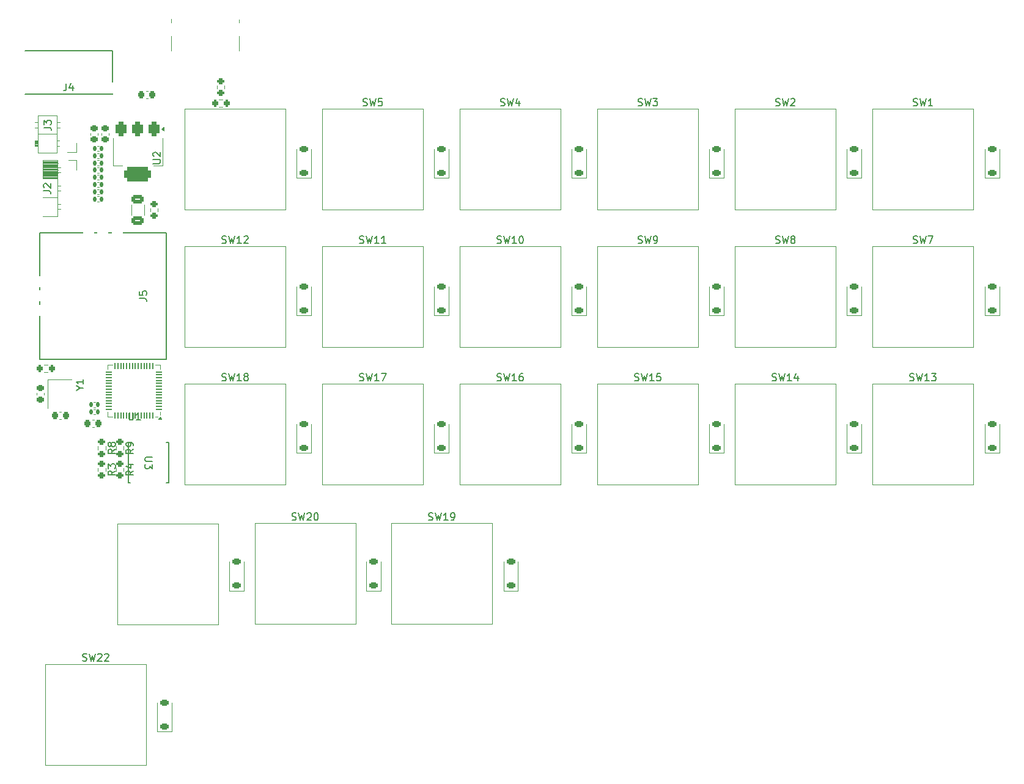
<source format=gbr>
%TF.GenerationSoftware,KiCad,Pcbnew,9.0.0*%
%TF.CreationDate,2025-03-25T03:20:05+09:00*%
%TF.ProjectId,keyboardR,6b657962-6f61-4726-9452-2e6b69636164,rev?*%
%TF.SameCoordinates,Original*%
%TF.FileFunction,Legend,Top*%
%TF.FilePolarity,Positive*%
%FSLAX46Y46*%
G04 Gerber Fmt 4.6, Leading zero omitted, Abs format (unit mm)*
G04 Created by KiCad (PCBNEW 9.0.0) date 2025-03-25 03:20:05*
%MOMM*%
%LPD*%
G01*
G04 APERTURE LIST*
G04 Aperture macros list*
%AMRoundRect*
0 Rectangle with rounded corners*
0 $1 Rounding radius*
0 $2 $3 $4 $5 $6 $7 $8 $9 X,Y pos of 4 corners*
0 Add a 4 corners polygon primitive as box body*
4,1,4,$2,$3,$4,$5,$6,$7,$8,$9,$2,$3,0*
0 Add four circle primitives for the rounded corners*
1,1,$1+$1,$2,$3*
1,1,$1+$1,$4,$5*
1,1,$1+$1,$6,$7*
1,1,$1+$1,$8,$9*
0 Add four rect primitives between the rounded corners*
20,1,$1+$1,$2,$3,$4,$5,0*
20,1,$1+$1,$4,$5,$6,$7,0*
20,1,$1+$1,$6,$7,$8,$9,0*
20,1,$1+$1,$8,$9,$2,$3,0*%
G04 Aperture macros list end*
%ADD10C,0.150000*%
%ADD11C,0.120000*%
%ADD12C,0.152400*%
%ADD13C,2.010000*%
%ADD14O,2.000000X1.500000*%
%ADD15O,1.500000X2.000000*%
%ADD16C,1.200000*%
%ADD17O,2.300000X1.500000*%
%ADD18C,0.650000*%
%ADD19R,0.600000X1.450000*%
%ADD20R,0.300000X1.450000*%
%ADD21O,1.000000X2.100000*%
%ADD22O,1.000000X1.600000*%
%ADD23RoundRect,0.225000X-0.225000X-0.250000X0.225000X-0.250000X0.225000X0.250000X-0.225000X0.250000X0*%
%ADD24RoundRect,0.225000X0.375000X-0.225000X0.375000X0.225000X-0.375000X0.225000X-0.375000X-0.225000X0*%
%ADD25C,1.700000*%
%ADD26C,4.000000*%
%ADD27C,2.200000*%
%ADD28RoundRect,0.250000X0.625000X-0.312500X0.625000X0.312500X-0.625000X0.312500X-0.625000X-0.312500X0*%
%ADD29RoundRect,0.140000X0.140000X0.170000X-0.140000X0.170000X-0.140000X-0.170000X0.140000X-0.170000X0*%
%ADD30RoundRect,0.375000X-0.375000X0.625000X-0.375000X-0.625000X0.375000X-0.625000X0.375000X0.625000X0*%
%ADD31RoundRect,0.500000X-1.400000X0.500000X-1.400000X-0.500000X1.400000X-0.500000X1.400000X0.500000X0*%
%ADD32RoundRect,0.200000X0.200000X0.275000X-0.200000X0.275000X-0.200000X-0.275000X0.200000X-0.275000X0*%
%ADD33R,0.533400X1.524000*%
%ADD34RoundRect,0.225000X-0.250000X0.225000X-0.250000X-0.225000X0.250000X-0.225000X0.250000X0.225000X0*%
%ADD35RoundRect,0.200000X0.275000X-0.200000X0.275000X0.200000X-0.275000X0.200000X-0.275000X-0.200000X0*%
%ADD36RoundRect,0.050000X0.387500X0.050000X-0.387500X0.050000X-0.387500X-0.050000X0.387500X-0.050000X0*%
%ADD37RoundRect,0.050000X0.050000X0.387500X-0.050000X0.387500X-0.050000X-0.387500X0.050000X-0.387500X0*%
%ADD38R,3.200000X3.200000*%
%ADD39RoundRect,0.200000X-0.275000X0.200000X-0.275000X-0.200000X0.275000X-0.200000X0.275000X0.200000X0*%
%ADD40R,1.700000X1.700000*%
%ADD41O,1.700000X1.700000*%
%ADD42RoundRect,0.200000X-0.200000X-0.275000X0.200000X-0.275000X0.200000X0.275000X-0.200000X0.275000X0*%
%ADD43RoundRect,0.225000X0.225000X0.250000X-0.225000X0.250000X-0.225000X-0.250000X0.225000X-0.250000X0*%
%ADD44RoundRect,0.225000X0.250000X-0.225000X0.250000X0.225000X-0.250000X0.225000X-0.250000X-0.225000X0*%
%ADD45R,1.200000X1.400000*%
G04 APERTURE END LIST*
D10*
X84080428Y-53987019D02*
X84080428Y-54701304D01*
X84080428Y-54701304D02*
X84032809Y-54844161D01*
X84032809Y-54844161D02*
X83937571Y-54939400D01*
X83937571Y-54939400D02*
X83794714Y-54987019D01*
X83794714Y-54987019D02*
X83699476Y-54987019D01*
X84985190Y-54320352D02*
X84985190Y-54987019D01*
X84747095Y-53939400D02*
X84509000Y-54653685D01*
X84509000Y-54653685D02*
X85128047Y-54653685D01*
X105664238Y-76087200D02*
X105807095Y-76134819D01*
X105807095Y-76134819D02*
X106045190Y-76134819D01*
X106045190Y-76134819D02*
X106140428Y-76087200D01*
X106140428Y-76087200D02*
X106188047Y-76039580D01*
X106188047Y-76039580D02*
X106235666Y-75944342D01*
X106235666Y-75944342D02*
X106235666Y-75849104D01*
X106235666Y-75849104D02*
X106188047Y-75753866D01*
X106188047Y-75753866D02*
X106140428Y-75706247D01*
X106140428Y-75706247D02*
X106045190Y-75658628D01*
X106045190Y-75658628D02*
X105854714Y-75611009D01*
X105854714Y-75611009D02*
X105759476Y-75563390D01*
X105759476Y-75563390D02*
X105711857Y-75515771D01*
X105711857Y-75515771D02*
X105664238Y-75420533D01*
X105664238Y-75420533D02*
X105664238Y-75325295D01*
X105664238Y-75325295D02*
X105711857Y-75230057D01*
X105711857Y-75230057D02*
X105759476Y-75182438D01*
X105759476Y-75182438D02*
X105854714Y-75134819D01*
X105854714Y-75134819D02*
X106092809Y-75134819D01*
X106092809Y-75134819D02*
X106235666Y-75182438D01*
X106569000Y-75134819D02*
X106807095Y-76134819D01*
X106807095Y-76134819D02*
X106997571Y-75420533D01*
X106997571Y-75420533D02*
X107188047Y-76134819D01*
X107188047Y-76134819D02*
X107426143Y-75134819D01*
X108330904Y-76134819D02*
X107759476Y-76134819D01*
X108045190Y-76134819D02*
X108045190Y-75134819D01*
X108045190Y-75134819D02*
X107949952Y-75277676D01*
X107949952Y-75277676D02*
X107854714Y-75372914D01*
X107854714Y-75372914D02*
X107759476Y-75420533D01*
X108711857Y-75230057D02*
X108759476Y-75182438D01*
X108759476Y-75182438D02*
X108854714Y-75134819D01*
X108854714Y-75134819D02*
X109092809Y-75134819D01*
X109092809Y-75134819D02*
X109188047Y-75182438D01*
X109188047Y-75182438D02*
X109235666Y-75230057D01*
X109235666Y-75230057D02*
X109283285Y-75325295D01*
X109283285Y-75325295D02*
X109283285Y-75420533D01*
X109283285Y-75420533D02*
X109235666Y-75563390D01*
X109235666Y-75563390D02*
X108664238Y-76134819D01*
X108664238Y-76134819D02*
X109283285Y-76134819D01*
X181864238Y-95137200D02*
X182007095Y-95184819D01*
X182007095Y-95184819D02*
X182245190Y-95184819D01*
X182245190Y-95184819D02*
X182340428Y-95137200D01*
X182340428Y-95137200D02*
X182388047Y-95089580D01*
X182388047Y-95089580D02*
X182435666Y-94994342D01*
X182435666Y-94994342D02*
X182435666Y-94899104D01*
X182435666Y-94899104D02*
X182388047Y-94803866D01*
X182388047Y-94803866D02*
X182340428Y-94756247D01*
X182340428Y-94756247D02*
X182245190Y-94708628D01*
X182245190Y-94708628D02*
X182054714Y-94661009D01*
X182054714Y-94661009D02*
X181959476Y-94613390D01*
X181959476Y-94613390D02*
X181911857Y-94565771D01*
X181911857Y-94565771D02*
X181864238Y-94470533D01*
X181864238Y-94470533D02*
X181864238Y-94375295D01*
X181864238Y-94375295D02*
X181911857Y-94280057D01*
X181911857Y-94280057D02*
X181959476Y-94232438D01*
X181959476Y-94232438D02*
X182054714Y-94184819D01*
X182054714Y-94184819D02*
X182292809Y-94184819D01*
X182292809Y-94184819D02*
X182435666Y-94232438D01*
X182769000Y-94184819D02*
X183007095Y-95184819D01*
X183007095Y-95184819D02*
X183197571Y-94470533D01*
X183197571Y-94470533D02*
X183388047Y-95184819D01*
X183388047Y-95184819D02*
X183626143Y-94184819D01*
X184530904Y-95184819D02*
X183959476Y-95184819D01*
X184245190Y-95184819D02*
X184245190Y-94184819D01*
X184245190Y-94184819D02*
X184149952Y-94327676D01*
X184149952Y-94327676D02*
X184054714Y-94422914D01*
X184054714Y-94422914D02*
X183959476Y-94470533D01*
X185388047Y-94518152D02*
X185388047Y-95184819D01*
X185149952Y-94137200D02*
X184911857Y-94851485D01*
X184911857Y-94851485D02*
X185530904Y-94851485D01*
X94218581Y-83757333D02*
X94932866Y-83757333D01*
X94932866Y-83757333D02*
X95075723Y-83804952D01*
X95075723Y-83804952D02*
X95170962Y-83900190D01*
X95170962Y-83900190D02*
X95218581Y-84043047D01*
X95218581Y-84043047D02*
X95218581Y-84138285D01*
X94218581Y-82804952D02*
X94218581Y-83281142D01*
X94218581Y-83281142D02*
X94694771Y-83328761D01*
X94694771Y-83328761D02*
X94647152Y-83281142D01*
X94647152Y-83281142D02*
X94599533Y-83185904D01*
X94599533Y-83185904D02*
X94599533Y-82947809D01*
X94599533Y-82947809D02*
X94647152Y-82852571D01*
X94647152Y-82852571D02*
X94694771Y-82804952D01*
X94694771Y-82804952D02*
X94790009Y-82757333D01*
X94790009Y-82757333D02*
X95028104Y-82757333D01*
X95028104Y-82757333D02*
X95123342Y-82804952D01*
X95123342Y-82804952D02*
X95170962Y-82852571D01*
X95170962Y-82852571D02*
X95218581Y-82947809D01*
X95218581Y-82947809D02*
X95218581Y-83185904D01*
X95218581Y-83185904D02*
X95170962Y-83281142D01*
X95170962Y-83281142D02*
X95123342Y-83328761D01*
X105664238Y-95137200D02*
X105807095Y-95184819D01*
X105807095Y-95184819D02*
X106045190Y-95184819D01*
X106045190Y-95184819D02*
X106140428Y-95137200D01*
X106140428Y-95137200D02*
X106188047Y-95089580D01*
X106188047Y-95089580D02*
X106235666Y-94994342D01*
X106235666Y-94994342D02*
X106235666Y-94899104D01*
X106235666Y-94899104D02*
X106188047Y-94803866D01*
X106188047Y-94803866D02*
X106140428Y-94756247D01*
X106140428Y-94756247D02*
X106045190Y-94708628D01*
X106045190Y-94708628D02*
X105854714Y-94661009D01*
X105854714Y-94661009D02*
X105759476Y-94613390D01*
X105759476Y-94613390D02*
X105711857Y-94565771D01*
X105711857Y-94565771D02*
X105664238Y-94470533D01*
X105664238Y-94470533D02*
X105664238Y-94375295D01*
X105664238Y-94375295D02*
X105711857Y-94280057D01*
X105711857Y-94280057D02*
X105759476Y-94232438D01*
X105759476Y-94232438D02*
X105854714Y-94184819D01*
X105854714Y-94184819D02*
X106092809Y-94184819D01*
X106092809Y-94184819D02*
X106235666Y-94232438D01*
X106569000Y-94184819D02*
X106807095Y-95184819D01*
X106807095Y-95184819D02*
X106997571Y-94470533D01*
X106997571Y-94470533D02*
X107188047Y-95184819D01*
X107188047Y-95184819D02*
X107426143Y-94184819D01*
X108330904Y-95184819D02*
X107759476Y-95184819D01*
X108045190Y-95184819D02*
X108045190Y-94184819D01*
X108045190Y-94184819D02*
X107949952Y-94327676D01*
X107949952Y-94327676D02*
X107854714Y-94422914D01*
X107854714Y-94422914D02*
X107759476Y-94470533D01*
X108902333Y-94613390D02*
X108807095Y-94565771D01*
X108807095Y-94565771D02*
X108759476Y-94518152D01*
X108759476Y-94518152D02*
X108711857Y-94422914D01*
X108711857Y-94422914D02*
X108711857Y-94375295D01*
X108711857Y-94375295D02*
X108759476Y-94280057D01*
X108759476Y-94280057D02*
X108807095Y-94232438D01*
X108807095Y-94232438D02*
X108902333Y-94184819D01*
X108902333Y-94184819D02*
X109092809Y-94184819D01*
X109092809Y-94184819D02*
X109188047Y-94232438D01*
X109188047Y-94232438D02*
X109235666Y-94280057D01*
X109235666Y-94280057D02*
X109283285Y-94375295D01*
X109283285Y-94375295D02*
X109283285Y-94422914D01*
X109283285Y-94422914D02*
X109235666Y-94518152D01*
X109235666Y-94518152D02*
X109188047Y-94565771D01*
X109188047Y-94565771D02*
X109092809Y-94613390D01*
X109092809Y-94613390D02*
X108902333Y-94613390D01*
X108902333Y-94613390D02*
X108807095Y-94661009D01*
X108807095Y-94661009D02*
X108759476Y-94708628D01*
X108759476Y-94708628D02*
X108711857Y-94803866D01*
X108711857Y-94803866D02*
X108711857Y-94994342D01*
X108711857Y-94994342D02*
X108759476Y-95089580D01*
X108759476Y-95089580D02*
X108807095Y-95137200D01*
X108807095Y-95137200D02*
X108902333Y-95184819D01*
X108902333Y-95184819D02*
X109092809Y-95184819D01*
X109092809Y-95184819D02*
X109188047Y-95137200D01*
X109188047Y-95137200D02*
X109235666Y-95089580D01*
X109235666Y-95089580D02*
X109283285Y-94994342D01*
X109283285Y-94994342D02*
X109283285Y-94803866D01*
X109283285Y-94803866D02*
X109235666Y-94708628D01*
X109235666Y-94708628D02*
X109188047Y-94661009D01*
X109188047Y-94661009D02*
X109092809Y-94613390D01*
X96114819Y-65081904D02*
X96924342Y-65081904D01*
X96924342Y-65081904D02*
X97019580Y-65034285D01*
X97019580Y-65034285D02*
X97067200Y-64986666D01*
X97067200Y-64986666D02*
X97114819Y-64891428D01*
X97114819Y-64891428D02*
X97114819Y-64700952D01*
X97114819Y-64700952D02*
X97067200Y-64605714D01*
X97067200Y-64605714D02*
X97019580Y-64558095D01*
X97019580Y-64558095D02*
X96924342Y-64510476D01*
X96924342Y-64510476D02*
X96114819Y-64510476D01*
X96210057Y-64081904D02*
X96162438Y-64034285D01*
X96162438Y-64034285D02*
X96114819Y-63939047D01*
X96114819Y-63939047D02*
X96114819Y-63700952D01*
X96114819Y-63700952D02*
X96162438Y-63605714D01*
X96162438Y-63605714D02*
X96210057Y-63558095D01*
X96210057Y-63558095D02*
X96305295Y-63510476D01*
X96305295Y-63510476D02*
X96400533Y-63510476D01*
X96400533Y-63510476D02*
X96543390Y-63558095D01*
X96543390Y-63558095D02*
X97114819Y-64129523D01*
X97114819Y-64129523D02*
X97114819Y-63510476D01*
X95996644Y-105784202D02*
X95187121Y-105784202D01*
X95187121Y-105784202D02*
X95091883Y-105831821D01*
X95091883Y-105831821D02*
X95044264Y-105879440D01*
X95044264Y-105879440D02*
X94996644Y-105974678D01*
X94996644Y-105974678D02*
X94996644Y-106165154D01*
X94996644Y-106165154D02*
X95044264Y-106260392D01*
X95044264Y-106260392D02*
X95091883Y-106308011D01*
X95091883Y-106308011D02*
X95187121Y-106355630D01*
X95187121Y-106355630D02*
X95996644Y-106355630D01*
X95996644Y-106736583D02*
X95996644Y-107355630D01*
X95996644Y-107355630D02*
X95615692Y-107022297D01*
X95615692Y-107022297D02*
X95615692Y-107165154D01*
X95615692Y-107165154D02*
X95568073Y-107260392D01*
X95568073Y-107260392D02*
X95520454Y-107308011D01*
X95520454Y-107308011D02*
X95425216Y-107355630D01*
X95425216Y-107355630D02*
X95187121Y-107355630D01*
X95187121Y-107355630D02*
X95091883Y-107308011D01*
X95091883Y-107308011D02*
X95044264Y-107260392D01*
X95044264Y-107260392D02*
X94996644Y-107165154D01*
X94996644Y-107165154D02*
X94996644Y-106879440D01*
X94996644Y-106879440D02*
X95044264Y-106784202D01*
X95044264Y-106784202D02*
X95091883Y-106736583D01*
X124714238Y-95137200D02*
X124857095Y-95184819D01*
X124857095Y-95184819D02*
X125095190Y-95184819D01*
X125095190Y-95184819D02*
X125190428Y-95137200D01*
X125190428Y-95137200D02*
X125238047Y-95089580D01*
X125238047Y-95089580D02*
X125285666Y-94994342D01*
X125285666Y-94994342D02*
X125285666Y-94899104D01*
X125285666Y-94899104D02*
X125238047Y-94803866D01*
X125238047Y-94803866D02*
X125190428Y-94756247D01*
X125190428Y-94756247D02*
X125095190Y-94708628D01*
X125095190Y-94708628D02*
X124904714Y-94661009D01*
X124904714Y-94661009D02*
X124809476Y-94613390D01*
X124809476Y-94613390D02*
X124761857Y-94565771D01*
X124761857Y-94565771D02*
X124714238Y-94470533D01*
X124714238Y-94470533D02*
X124714238Y-94375295D01*
X124714238Y-94375295D02*
X124761857Y-94280057D01*
X124761857Y-94280057D02*
X124809476Y-94232438D01*
X124809476Y-94232438D02*
X124904714Y-94184819D01*
X124904714Y-94184819D02*
X125142809Y-94184819D01*
X125142809Y-94184819D02*
X125285666Y-94232438D01*
X125619000Y-94184819D02*
X125857095Y-95184819D01*
X125857095Y-95184819D02*
X126047571Y-94470533D01*
X126047571Y-94470533D02*
X126238047Y-95184819D01*
X126238047Y-95184819D02*
X126476143Y-94184819D01*
X127380904Y-95184819D02*
X126809476Y-95184819D01*
X127095190Y-95184819D02*
X127095190Y-94184819D01*
X127095190Y-94184819D02*
X126999952Y-94327676D01*
X126999952Y-94327676D02*
X126904714Y-94422914D01*
X126904714Y-94422914D02*
X126809476Y-94470533D01*
X127714238Y-94184819D02*
X128380904Y-94184819D01*
X128380904Y-94184819D02*
X127952333Y-95184819D01*
X115354238Y-114457200D02*
X115497095Y-114504819D01*
X115497095Y-114504819D02*
X115735190Y-114504819D01*
X115735190Y-114504819D02*
X115830428Y-114457200D01*
X115830428Y-114457200D02*
X115878047Y-114409580D01*
X115878047Y-114409580D02*
X115925666Y-114314342D01*
X115925666Y-114314342D02*
X115925666Y-114219104D01*
X115925666Y-114219104D02*
X115878047Y-114123866D01*
X115878047Y-114123866D02*
X115830428Y-114076247D01*
X115830428Y-114076247D02*
X115735190Y-114028628D01*
X115735190Y-114028628D02*
X115544714Y-113981009D01*
X115544714Y-113981009D02*
X115449476Y-113933390D01*
X115449476Y-113933390D02*
X115401857Y-113885771D01*
X115401857Y-113885771D02*
X115354238Y-113790533D01*
X115354238Y-113790533D02*
X115354238Y-113695295D01*
X115354238Y-113695295D02*
X115401857Y-113600057D01*
X115401857Y-113600057D02*
X115449476Y-113552438D01*
X115449476Y-113552438D02*
X115544714Y-113504819D01*
X115544714Y-113504819D02*
X115782809Y-113504819D01*
X115782809Y-113504819D02*
X115925666Y-113552438D01*
X116259000Y-113504819D02*
X116497095Y-114504819D01*
X116497095Y-114504819D02*
X116687571Y-113790533D01*
X116687571Y-113790533D02*
X116878047Y-114504819D01*
X116878047Y-114504819D02*
X117116143Y-113504819D01*
X117449476Y-113600057D02*
X117497095Y-113552438D01*
X117497095Y-113552438D02*
X117592333Y-113504819D01*
X117592333Y-113504819D02*
X117830428Y-113504819D01*
X117830428Y-113504819D02*
X117925666Y-113552438D01*
X117925666Y-113552438D02*
X117973285Y-113600057D01*
X117973285Y-113600057D02*
X118020904Y-113695295D01*
X118020904Y-113695295D02*
X118020904Y-113790533D01*
X118020904Y-113790533D02*
X117973285Y-113933390D01*
X117973285Y-113933390D02*
X117401857Y-114504819D01*
X117401857Y-114504819D02*
X118020904Y-114504819D01*
X118639952Y-113504819D02*
X118735190Y-113504819D01*
X118735190Y-113504819D02*
X118830428Y-113552438D01*
X118830428Y-113552438D02*
X118878047Y-113600057D01*
X118878047Y-113600057D02*
X118925666Y-113695295D01*
X118925666Y-113695295D02*
X118973285Y-113885771D01*
X118973285Y-113885771D02*
X118973285Y-114123866D01*
X118973285Y-114123866D02*
X118925666Y-114314342D01*
X118925666Y-114314342D02*
X118878047Y-114409580D01*
X118878047Y-114409580D02*
X118830428Y-114457200D01*
X118830428Y-114457200D02*
X118735190Y-114504819D01*
X118735190Y-114504819D02*
X118639952Y-114504819D01*
X118639952Y-114504819D02*
X118544714Y-114457200D01*
X118544714Y-114457200D02*
X118497095Y-114409580D01*
X118497095Y-114409580D02*
X118449476Y-114314342D01*
X118449476Y-114314342D02*
X118401857Y-114123866D01*
X118401857Y-114123866D02*
X118401857Y-113885771D01*
X118401857Y-113885771D02*
X118449476Y-113695295D01*
X118449476Y-113695295D02*
X118497095Y-113600057D01*
X118497095Y-113600057D02*
X118544714Y-113552438D01*
X118544714Y-113552438D02*
X118639952Y-113504819D01*
X201390429Y-57037200D02*
X201533286Y-57084819D01*
X201533286Y-57084819D02*
X201771381Y-57084819D01*
X201771381Y-57084819D02*
X201866619Y-57037200D01*
X201866619Y-57037200D02*
X201914238Y-56989580D01*
X201914238Y-56989580D02*
X201961857Y-56894342D01*
X201961857Y-56894342D02*
X201961857Y-56799104D01*
X201961857Y-56799104D02*
X201914238Y-56703866D01*
X201914238Y-56703866D02*
X201866619Y-56656247D01*
X201866619Y-56656247D02*
X201771381Y-56608628D01*
X201771381Y-56608628D02*
X201580905Y-56561009D01*
X201580905Y-56561009D02*
X201485667Y-56513390D01*
X201485667Y-56513390D02*
X201438048Y-56465771D01*
X201438048Y-56465771D02*
X201390429Y-56370533D01*
X201390429Y-56370533D02*
X201390429Y-56275295D01*
X201390429Y-56275295D02*
X201438048Y-56180057D01*
X201438048Y-56180057D02*
X201485667Y-56132438D01*
X201485667Y-56132438D02*
X201580905Y-56084819D01*
X201580905Y-56084819D02*
X201819000Y-56084819D01*
X201819000Y-56084819D02*
X201961857Y-56132438D01*
X202295191Y-56084819D02*
X202533286Y-57084819D01*
X202533286Y-57084819D02*
X202723762Y-56370533D01*
X202723762Y-56370533D02*
X202914238Y-57084819D01*
X202914238Y-57084819D02*
X203152334Y-56084819D01*
X204057095Y-57084819D02*
X203485667Y-57084819D01*
X203771381Y-57084819D02*
X203771381Y-56084819D01*
X203771381Y-56084819D02*
X203676143Y-56227676D01*
X203676143Y-56227676D02*
X203580905Y-56322914D01*
X203580905Y-56322914D02*
X203485667Y-56370533D01*
X124714238Y-76087200D02*
X124857095Y-76134819D01*
X124857095Y-76134819D02*
X125095190Y-76134819D01*
X125095190Y-76134819D02*
X125190428Y-76087200D01*
X125190428Y-76087200D02*
X125238047Y-76039580D01*
X125238047Y-76039580D02*
X125285666Y-75944342D01*
X125285666Y-75944342D02*
X125285666Y-75849104D01*
X125285666Y-75849104D02*
X125238047Y-75753866D01*
X125238047Y-75753866D02*
X125190428Y-75706247D01*
X125190428Y-75706247D02*
X125095190Y-75658628D01*
X125095190Y-75658628D02*
X124904714Y-75611009D01*
X124904714Y-75611009D02*
X124809476Y-75563390D01*
X124809476Y-75563390D02*
X124761857Y-75515771D01*
X124761857Y-75515771D02*
X124714238Y-75420533D01*
X124714238Y-75420533D02*
X124714238Y-75325295D01*
X124714238Y-75325295D02*
X124761857Y-75230057D01*
X124761857Y-75230057D02*
X124809476Y-75182438D01*
X124809476Y-75182438D02*
X124904714Y-75134819D01*
X124904714Y-75134819D02*
X125142809Y-75134819D01*
X125142809Y-75134819D02*
X125285666Y-75182438D01*
X125619000Y-75134819D02*
X125857095Y-76134819D01*
X125857095Y-76134819D02*
X126047571Y-75420533D01*
X126047571Y-75420533D02*
X126238047Y-76134819D01*
X126238047Y-76134819D02*
X126476143Y-75134819D01*
X127380904Y-76134819D02*
X126809476Y-76134819D01*
X127095190Y-76134819D02*
X127095190Y-75134819D01*
X127095190Y-75134819D02*
X126999952Y-75277676D01*
X126999952Y-75277676D02*
X126904714Y-75372914D01*
X126904714Y-75372914D02*
X126809476Y-75420533D01*
X128333285Y-76134819D02*
X127761857Y-76134819D01*
X128047571Y-76134819D02*
X128047571Y-75134819D01*
X128047571Y-75134819D02*
X127952333Y-75277676D01*
X127952333Y-75277676D02*
X127857095Y-75372914D01*
X127857095Y-75372914D02*
X127761857Y-75420533D01*
X163290429Y-76087200D02*
X163433286Y-76134819D01*
X163433286Y-76134819D02*
X163671381Y-76134819D01*
X163671381Y-76134819D02*
X163766619Y-76087200D01*
X163766619Y-76087200D02*
X163814238Y-76039580D01*
X163814238Y-76039580D02*
X163861857Y-75944342D01*
X163861857Y-75944342D02*
X163861857Y-75849104D01*
X163861857Y-75849104D02*
X163814238Y-75753866D01*
X163814238Y-75753866D02*
X163766619Y-75706247D01*
X163766619Y-75706247D02*
X163671381Y-75658628D01*
X163671381Y-75658628D02*
X163480905Y-75611009D01*
X163480905Y-75611009D02*
X163385667Y-75563390D01*
X163385667Y-75563390D02*
X163338048Y-75515771D01*
X163338048Y-75515771D02*
X163290429Y-75420533D01*
X163290429Y-75420533D02*
X163290429Y-75325295D01*
X163290429Y-75325295D02*
X163338048Y-75230057D01*
X163338048Y-75230057D02*
X163385667Y-75182438D01*
X163385667Y-75182438D02*
X163480905Y-75134819D01*
X163480905Y-75134819D02*
X163719000Y-75134819D01*
X163719000Y-75134819D02*
X163861857Y-75182438D01*
X164195191Y-75134819D02*
X164433286Y-76134819D01*
X164433286Y-76134819D02*
X164623762Y-75420533D01*
X164623762Y-75420533D02*
X164814238Y-76134819D01*
X164814238Y-76134819D02*
X165052334Y-75134819D01*
X165480905Y-76134819D02*
X165671381Y-76134819D01*
X165671381Y-76134819D02*
X165766619Y-76087200D01*
X165766619Y-76087200D02*
X165814238Y-76039580D01*
X165814238Y-76039580D02*
X165909476Y-75896723D01*
X165909476Y-75896723D02*
X165957095Y-75706247D01*
X165957095Y-75706247D02*
X165957095Y-75325295D01*
X165957095Y-75325295D02*
X165909476Y-75230057D01*
X165909476Y-75230057D02*
X165861857Y-75182438D01*
X165861857Y-75182438D02*
X165766619Y-75134819D01*
X165766619Y-75134819D02*
X165576143Y-75134819D01*
X165576143Y-75134819D02*
X165480905Y-75182438D01*
X165480905Y-75182438D02*
X165433286Y-75230057D01*
X165433286Y-75230057D02*
X165385667Y-75325295D01*
X165385667Y-75325295D02*
X165385667Y-75563390D01*
X165385667Y-75563390D02*
X165433286Y-75658628D01*
X165433286Y-75658628D02*
X165480905Y-75706247D01*
X165480905Y-75706247D02*
X165576143Y-75753866D01*
X165576143Y-75753866D02*
X165766619Y-75753866D01*
X165766619Y-75753866D02*
X165861857Y-75706247D01*
X165861857Y-75706247D02*
X165909476Y-75658628D01*
X165909476Y-75658628D02*
X165957095Y-75563390D01*
X143764238Y-76087200D02*
X143907095Y-76134819D01*
X143907095Y-76134819D02*
X144145190Y-76134819D01*
X144145190Y-76134819D02*
X144240428Y-76087200D01*
X144240428Y-76087200D02*
X144288047Y-76039580D01*
X144288047Y-76039580D02*
X144335666Y-75944342D01*
X144335666Y-75944342D02*
X144335666Y-75849104D01*
X144335666Y-75849104D02*
X144288047Y-75753866D01*
X144288047Y-75753866D02*
X144240428Y-75706247D01*
X144240428Y-75706247D02*
X144145190Y-75658628D01*
X144145190Y-75658628D02*
X143954714Y-75611009D01*
X143954714Y-75611009D02*
X143859476Y-75563390D01*
X143859476Y-75563390D02*
X143811857Y-75515771D01*
X143811857Y-75515771D02*
X143764238Y-75420533D01*
X143764238Y-75420533D02*
X143764238Y-75325295D01*
X143764238Y-75325295D02*
X143811857Y-75230057D01*
X143811857Y-75230057D02*
X143859476Y-75182438D01*
X143859476Y-75182438D02*
X143954714Y-75134819D01*
X143954714Y-75134819D02*
X144192809Y-75134819D01*
X144192809Y-75134819D02*
X144335666Y-75182438D01*
X144669000Y-75134819D02*
X144907095Y-76134819D01*
X144907095Y-76134819D02*
X145097571Y-75420533D01*
X145097571Y-75420533D02*
X145288047Y-76134819D01*
X145288047Y-76134819D02*
X145526143Y-75134819D01*
X146430904Y-76134819D02*
X145859476Y-76134819D01*
X146145190Y-76134819D02*
X146145190Y-75134819D01*
X146145190Y-75134819D02*
X146049952Y-75277676D01*
X146049952Y-75277676D02*
X145954714Y-75372914D01*
X145954714Y-75372914D02*
X145859476Y-75420533D01*
X147049952Y-75134819D02*
X147145190Y-75134819D01*
X147145190Y-75134819D02*
X147240428Y-75182438D01*
X147240428Y-75182438D02*
X147288047Y-75230057D01*
X147288047Y-75230057D02*
X147335666Y-75325295D01*
X147335666Y-75325295D02*
X147383285Y-75515771D01*
X147383285Y-75515771D02*
X147383285Y-75753866D01*
X147383285Y-75753866D02*
X147335666Y-75944342D01*
X147335666Y-75944342D02*
X147288047Y-76039580D01*
X147288047Y-76039580D02*
X147240428Y-76087200D01*
X147240428Y-76087200D02*
X147145190Y-76134819D01*
X147145190Y-76134819D02*
X147049952Y-76134819D01*
X147049952Y-76134819D02*
X146954714Y-76087200D01*
X146954714Y-76087200D02*
X146907095Y-76039580D01*
X146907095Y-76039580D02*
X146859476Y-75944342D01*
X146859476Y-75944342D02*
X146811857Y-75753866D01*
X146811857Y-75753866D02*
X146811857Y-75515771D01*
X146811857Y-75515771D02*
X146859476Y-75325295D01*
X146859476Y-75325295D02*
X146907095Y-75230057D01*
X146907095Y-75230057D02*
X146954714Y-75182438D01*
X146954714Y-75182438D02*
X147049952Y-75134819D01*
X162814238Y-95137200D02*
X162957095Y-95184819D01*
X162957095Y-95184819D02*
X163195190Y-95184819D01*
X163195190Y-95184819D02*
X163290428Y-95137200D01*
X163290428Y-95137200D02*
X163338047Y-95089580D01*
X163338047Y-95089580D02*
X163385666Y-94994342D01*
X163385666Y-94994342D02*
X163385666Y-94899104D01*
X163385666Y-94899104D02*
X163338047Y-94803866D01*
X163338047Y-94803866D02*
X163290428Y-94756247D01*
X163290428Y-94756247D02*
X163195190Y-94708628D01*
X163195190Y-94708628D02*
X163004714Y-94661009D01*
X163004714Y-94661009D02*
X162909476Y-94613390D01*
X162909476Y-94613390D02*
X162861857Y-94565771D01*
X162861857Y-94565771D02*
X162814238Y-94470533D01*
X162814238Y-94470533D02*
X162814238Y-94375295D01*
X162814238Y-94375295D02*
X162861857Y-94280057D01*
X162861857Y-94280057D02*
X162909476Y-94232438D01*
X162909476Y-94232438D02*
X163004714Y-94184819D01*
X163004714Y-94184819D02*
X163242809Y-94184819D01*
X163242809Y-94184819D02*
X163385666Y-94232438D01*
X163719000Y-94184819D02*
X163957095Y-95184819D01*
X163957095Y-95184819D02*
X164147571Y-94470533D01*
X164147571Y-94470533D02*
X164338047Y-95184819D01*
X164338047Y-95184819D02*
X164576143Y-94184819D01*
X165480904Y-95184819D02*
X164909476Y-95184819D01*
X165195190Y-95184819D02*
X165195190Y-94184819D01*
X165195190Y-94184819D02*
X165099952Y-94327676D01*
X165099952Y-94327676D02*
X165004714Y-94422914D01*
X165004714Y-94422914D02*
X164909476Y-94470533D01*
X166385666Y-94184819D02*
X165909476Y-94184819D01*
X165909476Y-94184819D02*
X165861857Y-94661009D01*
X165861857Y-94661009D02*
X165909476Y-94613390D01*
X165909476Y-94613390D02*
X166004714Y-94565771D01*
X166004714Y-94565771D02*
X166242809Y-94565771D01*
X166242809Y-94565771D02*
X166338047Y-94613390D01*
X166338047Y-94613390D02*
X166385666Y-94661009D01*
X166385666Y-94661009D02*
X166433285Y-94756247D01*
X166433285Y-94756247D02*
X166433285Y-94994342D01*
X166433285Y-94994342D02*
X166385666Y-95089580D01*
X166385666Y-95089580D02*
X166338047Y-95137200D01*
X166338047Y-95137200D02*
X166242809Y-95184819D01*
X166242809Y-95184819D02*
X166004714Y-95184819D01*
X166004714Y-95184819D02*
X165909476Y-95137200D01*
X165909476Y-95137200D02*
X165861857Y-95089580D01*
X125190429Y-57037200D02*
X125333286Y-57084819D01*
X125333286Y-57084819D02*
X125571381Y-57084819D01*
X125571381Y-57084819D02*
X125666619Y-57037200D01*
X125666619Y-57037200D02*
X125714238Y-56989580D01*
X125714238Y-56989580D02*
X125761857Y-56894342D01*
X125761857Y-56894342D02*
X125761857Y-56799104D01*
X125761857Y-56799104D02*
X125714238Y-56703866D01*
X125714238Y-56703866D02*
X125666619Y-56656247D01*
X125666619Y-56656247D02*
X125571381Y-56608628D01*
X125571381Y-56608628D02*
X125380905Y-56561009D01*
X125380905Y-56561009D02*
X125285667Y-56513390D01*
X125285667Y-56513390D02*
X125238048Y-56465771D01*
X125238048Y-56465771D02*
X125190429Y-56370533D01*
X125190429Y-56370533D02*
X125190429Y-56275295D01*
X125190429Y-56275295D02*
X125238048Y-56180057D01*
X125238048Y-56180057D02*
X125285667Y-56132438D01*
X125285667Y-56132438D02*
X125380905Y-56084819D01*
X125380905Y-56084819D02*
X125619000Y-56084819D01*
X125619000Y-56084819D02*
X125761857Y-56132438D01*
X126095191Y-56084819D02*
X126333286Y-57084819D01*
X126333286Y-57084819D02*
X126523762Y-56370533D01*
X126523762Y-56370533D02*
X126714238Y-57084819D01*
X126714238Y-57084819D02*
X126952334Y-56084819D01*
X127809476Y-56084819D02*
X127333286Y-56084819D01*
X127333286Y-56084819D02*
X127285667Y-56561009D01*
X127285667Y-56561009D02*
X127333286Y-56513390D01*
X127333286Y-56513390D02*
X127428524Y-56465771D01*
X127428524Y-56465771D02*
X127666619Y-56465771D01*
X127666619Y-56465771D02*
X127761857Y-56513390D01*
X127761857Y-56513390D02*
X127809476Y-56561009D01*
X127809476Y-56561009D02*
X127857095Y-56656247D01*
X127857095Y-56656247D02*
X127857095Y-56894342D01*
X127857095Y-56894342D02*
X127809476Y-56989580D01*
X127809476Y-56989580D02*
X127761857Y-57037200D01*
X127761857Y-57037200D02*
X127666619Y-57084819D01*
X127666619Y-57084819D02*
X127428524Y-57084819D01*
X127428524Y-57084819D02*
X127333286Y-57037200D01*
X127333286Y-57037200D02*
X127285667Y-56989580D01*
X92788095Y-99624819D02*
X92788095Y-100434342D01*
X92788095Y-100434342D02*
X92835714Y-100529580D01*
X92835714Y-100529580D02*
X92883333Y-100577200D01*
X92883333Y-100577200D02*
X92978571Y-100624819D01*
X92978571Y-100624819D02*
X93169047Y-100624819D01*
X93169047Y-100624819D02*
X93264285Y-100577200D01*
X93264285Y-100577200D02*
X93311904Y-100529580D01*
X93311904Y-100529580D02*
X93359523Y-100434342D01*
X93359523Y-100434342D02*
X93359523Y-99624819D01*
X94359523Y-100624819D02*
X93788095Y-100624819D01*
X94073809Y-100624819D02*
X94073809Y-99624819D01*
X94073809Y-99624819D02*
X93978571Y-99767676D01*
X93978571Y-99767676D02*
X93883333Y-99862914D01*
X93883333Y-99862914D02*
X93788095Y-99910533D01*
X93384819Y-104666666D02*
X92908628Y-104999999D01*
X93384819Y-105238094D02*
X92384819Y-105238094D01*
X92384819Y-105238094D02*
X92384819Y-104857142D01*
X92384819Y-104857142D02*
X92432438Y-104761904D01*
X92432438Y-104761904D02*
X92480057Y-104714285D01*
X92480057Y-104714285D02*
X92575295Y-104666666D01*
X92575295Y-104666666D02*
X92718152Y-104666666D01*
X92718152Y-104666666D02*
X92813390Y-104714285D01*
X92813390Y-104714285D02*
X92861009Y-104761904D01*
X92861009Y-104761904D02*
X92908628Y-104857142D01*
X92908628Y-104857142D02*
X92908628Y-105238094D01*
X93384819Y-104190475D02*
X93384819Y-103999999D01*
X93384819Y-103999999D02*
X93337200Y-103904761D01*
X93337200Y-103904761D02*
X93289580Y-103857142D01*
X93289580Y-103857142D02*
X93146723Y-103761904D01*
X93146723Y-103761904D02*
X92956247Y-103714285D01*
X92956247Y-103714285D02*
X92575295Y-103714285D01*
X92575295Y-103714285D02*
X92480057Y-103761904D01*
X92480057Y-103761904D02*
X92432438Y-103809523D01*
X92432438Y-103809523D02*
X92384819Y-103904761D01*
X92384819Y-103904761D02*
X92384819Y-104095237D01*
X92384819Y-104095237D02*
X92432438Y-104190475D01*
X92432438Y-104190475D02*
X92480057Y-104238094D01*
X92480057Y-104238094D02*
X92575295Y-104285713D01*
X92575295Y-104285713D02*
X92813390Y-104285713D01*
X92813390Y-104285713D02*
X92908628Y-104238094D01*
X92908628Y-104238094D02*
X92956247Y-104190475D01*
X92956247Y-104190475D02*
X93003866Y-104095237D01*
X93003866Y-104095237D02*
X93003866Y-103904761D01*
X93003866Y-103904761D02*
X92956247Y-103809523D01*
X92956247Y-103809523D02*
X92908628Y-103761904D01*
X92908628Y-103761904D02*
X92813390Y-103714285D01*
X80984819Y-60093333D02*
X81699104Y-60093333D01*
X81699104Y-60093333D02*
X81841961Y-60140952D01*
X81841961Y-60140952D02*
X81937200Y-60236190D01*
X81937200Y-60236190D02*
X81984819Y-60379047D01*
X81984819Y-60379047D02*
X81984819Y-60474285D01*
X80984819Y-59712380D02*
X80984819Y-59093333D01*
X80984819Y-59093333D02*
X81365771Y-59426666D01*
X81365771Y-59426666D02*
X81365771Y-59283809D01*
X81365771Y-59283809D02*
X81413390Y-59188571D01*
X81413390Y-59188571D02*
X81461009Y-59140952D01*
X81461009Y-59140952D02*
X81556247Y-59093333D01*
X81556247Y-59093333D02*
X81794342Y-59093333D01*
X81794342Y-59093333D02*
X81889580Y-59140952D01*
X81889580Y-59140952D02*
X81937200Y-59188571D01*
X81937200Y-59188571D02*
X81984819Y-59283809D01*
X81984819Y-59283809D02*
X81984819Y-59569523D01*
X81984819Y-59569523D02*
X81937200Y-59664761D01*
X81937200Y-59664761D02*
X81889580Y-59712380D01*
X90884819Y-107666666D02*
X90408628Y-107999999D01*
X90884819Y-108238094D02*
X89884819Y-108238094D01*
X89884819Y-108238094D02*
X89884819Y-107857142D01*
X89884819Y-107857142D02*
X89932438Y-107761904D01*
X89932438Y-107761904D02*
X89980057Y-107714285D01*
X89980057Y-107714285D02*
X90075295Y-107666666D01*
X90075295Y-107666666D02*
X90218152Y-107666666D01*
X90218152Y-107666666D02*
X90313390Y-107714285D01*
X90313390Y-107714285D02*
X90361009Y-107761904D01*
X90361009Y-107761904D02*
X90408628Y-107857142D01*
X90408628Y-107857142D02*
X90408628Y-108238094D01*
X89884819Y-107333332D02*
X89884819Y-106714285D01*
X89884819Y-106714285D02*
X90265771Y-107047618D01*
X90265771Y-107047618D02*
X90265771Y-106904761D01*
X90265771Y-106904761D02*
X90313390Y-106809523D01*
X90313390Y-106809523D02*
X90361009Y-106761904D01*
X90361009Y-106761904D02*
X90456247Y-106714285D01*
X90456247Y-106714285D02*
X90694342Y-106714285D01*
X90694342Y-106714285D02*
X90789580Y-106761904D01*
X90789580Y-106761904D02*
X90837200Y-106809523D01*
X90837200Y-106809523D02*
X90884819Y-106904761D01*
X90884819Y-106904761D02*
X90884819Y-107190475D01*
X90884819Y-107190475D02*
X90837200Y-107285713D01*
X90837200Y-107285713D02*
X90789580Y-107333332D01*
X200914238Y-95137200D02*
X201057095Y-95184819D01*
X201057095Y-95184819D02*
X201295190Y-95184819D01*
X201295190Y-95184819D02*
X201390428Y-95137200D01*
X201390428Y-95137200D02*
X201438047Y-95089580D01*
X201438047Y-95089580D02*
X201485666Y-94994342D01*
X201485666Y-94994342D02*
X201485666Y-94899104D01*
X201485666Y-94899104D02*
X201438047Y-94803866D01*
X201438047Y-94803866D02*
X201390428Y-94756247D01*
X201390428Y-94756247D02*
X201295190Y-94708628D01*
X201295190Y-94708628D02*
X201104714Y-94661009D01*
X201104714Y-94661009D02*
X201009476Y-94613390D01*
X201009476Y-94613390D02*
X200961857Y-94565771D01*
X200961857Y-94565771D02*
X200914238Y-94470533D01*
X200914238Y-94470533D02*
X200914238Y-94375295D01*
X200914238Y-94375295D02*
X200961857Y-94280057D01*
X200961857Y-94280057D02*
X201009476Y-94232438D01*
X201009476Y-94232438D02*
X201104714Y-94184819D01*
X201104714Y-94184819D02*
X201342809Y-94184819D01*
X201342809Y-94184819D02*
X201485666Y-94232438D01*
X201819000Y-94184819D02*
X202057095Y-95184819D01*
X202057095Y-95184819D02*
X202247571Y-94470533D01*
X202247571Y-94470533D02*
X202438047Y-95184819D01*
X202438047Y-95184819D02*
X202676143Y-94184819D01*
X203580904Y-95184819D02*
X203009476Y-95184819D01*
X203295190Y-95184819D02*
X203295190Y-94184819D01*
X203295190Y-94184819D02*
X203199952Y-94327676D01*
X203199952Y-94327676D02*
X203104714Y-94422914D01*
X203104714Y-94422914D02*
X203009476Y-94470533D01*
X203914238Y-94184819D02*
X204533285Y-94184819D01*
X204533285Y-94184819D02*
X204199952Y-94565771D01*
X204199952Y-94565771D02*
X204342809Y-94565771D01*
X204342809Y-94565771D02*
X204438047Y-94613390D01*
X204438047Y-94613390D02*
X204485666Y-94661009D01*
X204485666Y-94661009D02*
X204533285Y-94756247D01*
X204533285Y-94756247D02*
X204533285Y-94994342D01*
X204533285Y-94994342D02*
X204485666Y-95089580D01*
X204485666Y-95089580D02*
X204438047Y-95137200D01*
X204438047Y-95137200D02*
X204342809Y-95184819D01*
X204342809Y-95184819D02*
X204057095Y-95184819D01*
X204057095Y-95184819D02*
X203961857Y-95137200D01*
X203961857Y-95137200D02*
X203914238Y-95089580D01*
X182340429Y-57037200D02*
X182483286Y-57084819D01*
X182483286Y-57084819D02*
X182721381Y-57084819D01*
X182721381Y-57084819D02*
X182816619Y-57037200D01*
X182816619Y-57037200D02*
X182864238Y-56989580D01*
X182864238Y-56989580D02*
X182911857Y-56894342D01*
X182911857Y-56894342D02*
X182911857Y-56799104D01*
X182911857Y-56799104D02*
X182864238Y-56703866D01*
X182864238Y-56703866D02*
X182816619Y-56656247D01*
X182816619Y-56656247D02*
X182721381Y-56608628D01*
X182721381Y-56608628D02*
X182530905Y-56561009D01*
X182530905Y-56561009D02*
X182435667Y-56513390D01*
X182435667Y-56513390D02*
X182388048Y-56465771D01*
X182388048Y-56465771D02*
X182340429Y-56370533D01*
X182340429Y-56370533D02*
X182340429Y-56275295D01*
X182340429Y-56275295D02*
X182388048Y-56180057D01*
X182388048Y-56180057D02*
X182435667Y-56132438D01*
X182435667Y-56132438D02*
X182530905Y-56084819D01*
X182530905Y-56084819D02*
X182769000Y-56084819D01*
X182769000Y-56084819D02*
X182911857Y-56132438D01*
X183245191Y-56084819D02*
X183483286Y-57084819D01*
X183483286Y-57084819D02*
X183673762Y-56370533D01*
X183673762Y-56370533D02*
X183864238Y-57084819D01*
X183864238Y-57084819D02*
X184102334Y-56084819D01*
X184435667Y-56180057D02*
X184483286Y-56132438D01*
X184483286Y-56132438D02*
X184578524Y-56084819D01*
X184578524Y-56084819D02*
X184816619Y-56084819D01*
X184816619Y-56084819D02*
X184911857Y-56132438D01*
X184911857Y-56132438D02*
X184959476Y-56180057D01*
X184959476Y-56180057D02*
X185007095Y-56275295D01*
X185007095Y-56275295D02*
X185007095Y-56370533D01*
X185007095Y-56370533D02*
X184959476Y-56513390D01*
X184959476Y-56513390D02*
X184388048Y-57084819D01*
X184388048Y-57084819D02*
X185007095Y-57084819D01*
X163290429Y-57037200D02*
X163433286Y-57084819D01*
X163433286Y-57084819D02*
X163671381Y-57084819D01*
X163671381Y-57084819D02*
X163766619Y-57037200D01*
X163766619Y-57037200D02*
X163814238Y-56989580D01*
X163814238Y-56989580D02*
X163861857Y-56894342D01*
X163861857Y-56894342D02*
X163861857Y-56799104D01*
X163861857Y-56799104D02*
X163814238Y-56703866D01*
X163814238Y-56703866D02*
X163766619Y-56656247D01*
X163766619Y-56656247D02*
X163671381Y-56608628D01*
X163671381Y-56608628D02*
X163480905Y-56561009D01*
X163480905Y-56561009D02*
X163385667Y-56513390D01*
X163385667Y-56513390D02*
X163338048Y-56465771D01*
X163338048Y-56465771D02*
X163290429Y-56370533D01*
X163290429Y-56370533D02*
X163290429Y-56275295D01*
X163290429Y-56275295D02*
X163338048Y-56180057D01*
X163338048Y-56180057D02*
X163385667Y-56132438D01*
X163385667Y-56132438D02*
X163480905Y-56084819D01*
X163480905Y-56084819D02*
X163719000Y-56084819D01*
X163719000Y-56084819D02*
X163861857Y-56132438D01*
X164195191Y-56084819D02*
X164433286Y-57084819D01*
X164433286Y-57084819D02*
X164623762Y-56370533D01*
X164623762Y-56370533D02*
X164814238Y-57084819D01*
X164814238Y-57084819D02*
X165052334Y-56084819D01*
X165338048Y-56084819D02*
X165957095Y-56084819D01*
X165957095Y-56084819D02*
X165623762Y-56465771D01*
X165623762Y-56465771D02*
X165766619Y-56465771D01*
X165766619Y-56465771D02*
X165861857Y-56513390D01*
X165861857Y-56513390D02*
X165909476Y-56561009D01*
X165909476Y-56561009D02*
X165957095Y-56656247D01*
X165957095Y-56656247D02*
X165957095Y-56894342D01*
X165957095Y-56894342D02*
X165909476Y-56989580D01*
X165909476Y-56989580D02*
X165861857Y-57037200D01*
X165861857Y-57037200D02*
X165766619Y-57084819D01*
X165766619Y-57084819D02*
X165480905Y-57084819D01*
X165480905Y-57084819D02*
X165385667Y-57037200D01*
X165385667Y-57037200D02*
X165338048Y-56989580D01*
X144240429Y-57037200D02*
X144383286Y-57084819D01*
X144383286Y-57084819D02*
X144621381Y-57084819D01*
X144621381Y-57084819D02*
X144716619Y-57037200D01*
X144716619Y-57037200D02*
X144764238Y-56989580D01*
X144764238Y-56989580D02*
X144811857Y-56894342D01*
X144811857Y-56894342D02*
X144811857Y-56799104D01*
X144811857Y-56799104D02*
X144764238Y-56703866D01*
X144764238Y-56703866D02*
X144716619Y-56656247D01*
X144716619Y-56656247D02*
X144621381Y-56608628D01*
X144621381Y-56608628D02*
X144430905Y-56561009D01*
X144430905Y-56561009D02*
X144335667Y-56513390D01*
X144335667Y-56513390D02*
X144288048Y-56465771D01*
X144288048Y-56465771D02*
X144240429Y-56370533D01*
X144240429Y-56370533D02*
X144240429Y-56275295D01*
X144240429Y-56275295D02*
X144288048Y-56180057D01*
X144288048Y-56180057D02*
X144335667Y-56132438D01*
X144335667Y-56132438D02*
X144430905Y-56084819D01*
X144430905Y-56084819D02*
X144669000Y-56084819D01*
X144669000Y-56084819D02*
X144811857Y-56132438D01*
X145145191Y-56084819D02*
X145383286Y-57084819D01*
X145383286Y-57084819D02*
X145573762Y-56370533D01*
X145573762Y-56370533D02*
X145764238Y-57084819D01*
X145764238Y-57084819D02*
X146002334Y-56084819D01*
X146811857Y-56418152D02*
X146811857Y-57084819D01*
X146573762Y-56037200D02*
X146335667Y-56751485D01*
X146335667Y-56751485D02*
X146954714Y-56751485D01*
X182340429Y-76087200D02*
X182483286Y-76134819D01*
X182483286Y-76134819D02*
X182721381Y-76134819D01*
X182721381Y-76134819D02*
X182816619Y-76087200D01*
X182816619Y-76087200D02*
X182864238Y-76039580D01*
X182864238Y-76039580D02*
X182911857Y-75944342D01*
X182911857Y-75944342D02*
X182911857Y-75849104D01*
X182911857Y-75849104D02*
X182864238Y-75753866D01*
X182864238Y-75753866D02*
X182816619Y-75706247D01*
X182816619Y-75706247D02*
X182721381Y-75658628D01*
X182721381Y-75658628D02*
X182530905Y-75611009D01*
X182530905Y-75611009D02*
X182435667Y-75563390D01*
X182435667Y-75563390D02*
X182388048Y-75515771D01*
X182388048Y-75515771D02*
X182340429Y-75420533D01*
X182340429Y-75420533D02*
X182340429Y-75325295D01*
X182340429Y-75325295D02*
X182388048Y-75230057D01*
X182388048Y-75230057D02*
X182435667Y-75182438D01*
X182435667Y-75182438D02*
X182530905Y-75134819D01*
X182530905Y-75134819D02*
X182769000Y-75134819D01*
X182769000Y-75134819D02*
X182911857Y-75182438D01*
X183245191Y-75134819D02*
X183483286Y-76134819D01*
X183483286Y-76134819D02*
X183673762Y-75420533D01*
X183673762Y-75420533D02*
X183864238Y-76134819D01*
X183864238Y-76134819D02*
X184102334Y-75134819D01*
X184626143Y-75563390D02*
X184530905Y-75515771D01*
X184530905Y-75515771D02*
X184483286Y-75468152D01*
X184483286Y-75468152D02*
X184435667Y-75372914D01*
X184435667Y-75372914D02*
X184435667Y-75325295D01*
X184435667Y-75325295D02*
X184483286Y-75230057D01*
X184483286Y-75230057D02*
X184530905Y-75182438D01*
X184530905Y-75182438D02*
X184626143Y-75134819D01*
X184626143Y-75134819D02*
X184816619Y-75134819D01*
X184816619Y-75134819D02*
X184911857Y-75182438D01*
X184911857Y-75182438D02*
X184959476Y-75230057D01*
X184959476Y-75230057D02*
X185007095Y-75325295D01*
X185007095Y-75325295D02*
X185007095Y-75372914D01*
X185007095Y-75372914D02*
X184959476Y-75468152D01*
X184959476Y-75468152D02*
X184911857Y-75515771D01*
X184911857Y-75515771D02*
X184816619Y-75563390D01*
X184816619Y-75563390D02*
X184626143Y-75563390D01*
X184626143Y-75563390D02*
X184530905Y-75611009D01*
X184530905Y-75611009D02*
X184483286Y-75658628D01*
X184483286Y-75658628D02*
X184435667Y-75753866D01*
X184435667Y-75753866D02*
X184435667Y-75944342D01*
X184435667Y-75944342D02*
X184483286Y-76039580D01*
X184483286Y-76039580D02*
X184530905Y-76087200D01*
X184530905Y-76087200D02*
X184626143Y-76134819D01*
X184626143Y-76134819D02*
X184816619Y-76134819D01*
X184816619Y-76134819D02*
X184911857Y-76087200D01*
X184911857Y-76087200D02*
X184959476Y-76039580D01*
X184959476Y-76039580D02*
X185007095Y-75944342D01*
X185007095Y-75944342D02*
X185007095Y-75753866D01*
X185007095Y-75753866D02*
X184959476Y-75658628D01*
X184959476Y-75658628D02*
X184911857Y-75611009D01*
X184911857Y-75611009D02*
X184816619Y-75563390D01*
X90884819Y-104666666D02*
X90408628Y-104999999D01*
X90884819Y-105238094D02*
X89884819Y-105238094D01*
X89884819Y-105238094D02*
X89884819Y-104857142D01*
X89884819Y-104857142D02*
X89932438Y-104761904D01*
X89932438Y-104761904D02*
X89980057Y-104714285D01*
X89980057Y-104714285D02*
X90075295Y-104666666D01*
X90075295Y-104666666D02*
X90218152Y-104666666D01*
X90218152Y-104666666D02*
X90313390Y-104714285D01*
X90313390Y-104714285D02*
X90361009Y-104761904D01*
X90361009Y-104761904D02*
X90408628Y-104857142D01*
X90408628Y-104857142D02*
X90408628Y-105238094D01*
X90313390Y-104095237D02*
X90265771Y-104190475D01*
X90265771Y-104190475D02*
X90218152Y-104238094D01*
X90218152Y-104238094D02*
X90122914Y-104285713D01*
X90122914Y-104285713D02*
X90075295Y-104285713D01*
X90075295Y-104285713D02*
X89980057Y-104238094D01*
X89980057Y-104238094D02*
X89932438Y-104190475D01*
X89932438Y-104190475D02*
X89884819Y-104095237D01*
X89884819Y-104095237D02*
X89884819Y-103904761D01*
X89884819Y-103904761D02*
X89932438Y-103809523D01*
X89932438Y-103809523D02*
X89980057Y-103761904D01*
X89980057Y-103761904D02*
X90075295Y-103714285D01*
X90075295Y-103714285D02*
X90122914Y-103714285D01*
X90122914Y-103714285D02*
X90218152Y-103761904D01*
X90218152Y-103761904D02*
X90265771Y-103809523D01*
X90265771Y-103809523D02*
X90313390Y-103904761D01*
X90313390Y-103904761D02*
X90313390Y-104095237D01*
X90313390Y-104095237D02*
X90361009Y-104190475D01*
X90361009Y-104190475D02*
X90408628Y-104238094D01*
X90408628Y-104238094D02*
X90503866Y-104285713D01*
X90503866Y-104285713D02*
X90694342Y-104285713D01*
X90694342Y-104285713D02*
X90789580Y-104238094D01*
X90789580Y-104238094D02*
X90837200Y-104190475D01*
X90837200Y-104190475D02*
X90884819Y-104095237D01*
X90884819Y-104095237D02*
X90884819Y-103904761D01*
X90884819Y-103904761D02*
X90837200Y-103809523D01*
X90837200Y-103809523D02*
X90789580Y-103761904D01*
X90789580Y-103761904D02*
X90694342Y-103714285D01*
X90694342Y-103714285D02*
X90503866Y-103714285D01*
X90503866Y-103714285D02*
X90408628Y-103761904D01*
X90408628Y-103761904D02*
X90361009Y-103809523D01*
X90361009Y-103809523D02*
X90313390Y-103904761D01*
X86354238Y-133957200D02*
X86497095Y-134004819D01*
X86497095Y-134004819D02*
X86735190Y-134004819D01*
X86735190Y-134004819D02*
X86830428Y-133957200D01*
X86830428Y-133957200D02*
X86878047Y-133909580D01*
X86878047Y-133909580D02*
X86925666Y-133814342D01*
X86925666Y-133814342D02*
X86925666Y-133719104D01*
X86925666Y-133719104D02*
X86878047Y-133623866D01*
X86878047Y-133623866D02*
X86830428Y-133576247D01*
X86830428Y-133576247D02*
X86735190Y-133528628D01*
X86735190Y-133528628D02*
X86544714Y-133481009D01*
X86544714Y-133481009D02*
X86449476Y-133433390D01*
X86449476Y-133433390D02*
X86401857Y-133385771D01*
X86401857Y-133385771D02*
X86354238Y-133290533D01*
X86354238Y-133290533D02*
X86354238Y-133195295D01*
X86354238Y-133195295D02*
X86401857Y-133100057D01*
X86401857Y-133100057D02*
X86449476Y-133052438D01*
X86449476Y-133052438D02*
X86544714Y-133004819D01*
X86544714Y-133004819D02*
X86782809Y-133004819D01*
X86782809Y-133004819D02*
X86925666Y-133052438D01*
X87259000Y-133004819D02*
X87497095Y-134004819D01*
X87497095Y-134004819D02*
X87687571Y-133290533D01*
X87687571Y-133290533D02*
X87878047Y-134004819D01*
X87878047Y-134004819D02*
X88116143Y-133004819D01*
X88449476Y-133100057D02*
X88497095Y-133052438D01*
X88497095Y-133052438D02*
X88592333Y-133004819D01*
X88592333Y-133004819D02*
X88830428Y-133004819D01*
X88830428Y-133004819D02*
X88925666Y-133052438D01*
X88925666Y-133052438D02*
X88973285Y-133100057D01*
X88973285Y-133100057D02*
X89020904Y-133195295D01*
X89020904Y-133195295D02*
X89020904Y-133290533D01*
X89020904Y-133290533D02*
X88973285Y-133433390D01*
X88973285Y-133433390D02*
X88401857Y-134004819D01*
X88401857Y-134004819D02*
X89020904Y-134004819D01*
X89401857Y-133100057D02*
X89449476Y-133052438D01*
X89449476Y-133052438D02*
X89544714Y-133004819D01*
X89544714Y-133004819D02*
X89782809Y-133004819D01*
X89782809Y-133004819D02*
X89878047Y-133052438D01*
X89878047Y-133052438D02*
X89925666Y-133100057D01*
X89925666Y-133100057D02*
X89973285Y-133195295D01*
X89973285Y-133195295D02*
X89973285Y-133290533D01*
X89973285Y-133290533D02*
X89925666Y-133433390D01*
X89925666Y-133433390D02*
X89354238Y-134004819D01*
X89354238Y-134004819D02*
X89973285Y-134004819D01*
X93384819Y-107666666D02*
X92908628Y-107999999D01*
X93384819Y-108238094D02*
X92384819Y-108238094D01*
X92384819Y-108238094D02*
X92384819Y-107857142D01*
X92384819Y-107857142D02*
X92432438Y-107761904D01*
X92432438Y-107761904D02*
X92480057Y-107714285D01*
X92480057Y-107714285D02*
X92575295Y-107666666D01*
X92575295Y-107666666D02*
X92718152Y-107666666D01*
X92718152Y-107666666D02*
X92813390Y-107714285D01*
X92813390Y-107714285D02*
X92861009Y-107761904D01*
X92861009Y-107761904D02*
X92908628Y-107857142D01*
X92908628Y-107857142D02*
X92908628Y-108238094D01*
X92718152Y-106809523D02*
X93384819Y-106809523D01*
X92337200Y-107047618D02*
X93051485Y-107285713D01*
X93051485Y-107285713D02*
X93051485Y-106666666D01*
X80950057Y-68853333D02*
X81664342Y-68853333D01*
X81664342Y-68853333D02*
X81807199Y-68900952D01*
X81807199Y-68900952D02*
X81902438Y-68996190D01*
X81902438Y-68996190D02*
X81950057Y-69139047D01*
X81950057Y-69139047D02*
X81950057Y-69234285D01*
X81045295Y-68424761D02*
X80997676Y-68377142D01*
X80997676Y-68377142D02*
X80950057Y-68281904D01*
X80950057Y-68281904D02*
X80950057Y-68043809D01*
X80950057Y-68043809D02*
X80997676Y-67948571D01*
X80997676Y-67948571D02*
X81045295Y-67900952D01*
X81045295Y-67900952D02*
X81140533Y-67853333D01*
X81140533Y-67853333D02*
X81235771Y-67853333D01*
X81235771Y-67853333D02*
X81378628Y-67900952D01*
X81378628Y-67900952D02*
X81950057Y-68472380D01*
X81950057Y-68472380D02*
X81950057Y-67853333D01*
X85978628Y-96226190D02*
X86454819Y-96226190D01*
X85454819Y-96559523D02*
X85978628Y-96226190D01*
X85978628Y-96226190D02*
X85454819Y-95892857D01*
X86454819Y-95035714D02*
X86454819Y-95607142D01*
X86454819Y-95321428D02*
X85454819Y-95321428D01*
X85454819Y-95321428D02*
X85597676Y-95416666D01*
X85597676Y-95416666D02*
X85692914Y-95511904D01*
X85692914Y-95511904D02*
X85740533Y-95607142D01*
X134274238Y-114457200D02*
X134417095Y-114504819D01*
X134417095Y-114504819D02*
X134655190Y-114504819D01*
X134655190Y-114504819D02*
X134750428Y-114457200D01*
X134750428Y-114457200D02*
X134798047Y-114409580D01*
X134798047Y-114409580D02*
X134845666Y-114314342D01*
X134845666Y-114314342D02*
X134845666Y-114219104D01*
X134845666Y-114219104D02*
X134798047Y-114123866D01*
X134798047Y-114123866D02*
X134750428Y-114076247D01*
X134750428Y-114076247D02*
X134655190Y-114028628D01*
X134655190Y-114028628D02*
X134464714Y-113981009D01*
X134464714Y-113981009D02*
X134369476Y-113933390D01*
X134369476Y-113933390D02*
X134321857Y-113885771D01*
X134321857Y-113885771D02*
X134274238Y-113790533D01*
X134274238Y-113790533D02*
X134274238Y-113695295D01*
X134274238Y-113695295D02*
X134321857Y-113600057D01*
X134321857Y-113600057D02*
X134369476Y-113552438D01*
X134369476Y-113552438D02*
X134464714Y-113504819D01*
X134464714Y-113504819D02*
X134702809Y-113504819D01*
X134702809Y-113504819D02*
X134845666Y-113552438D01*
X135179000Y-113504819D02*
X135417095Y-114504819D01*
X135417095Y-114504819D02*
X135607571Y-113790533D01*
X135607571Y-113790533D02*
X135798047Y-114504819D01*
X135798047Y-114504819D02*
X136036143Y-113504819D01*
X136940904Y-114504819D02*
X136369476Y-114504819D01*
X136655190Y-114504819D02*
X136655190Y-113504819D01*
X136655190Y-113504819D02*
X136559952Y-113647676D01*
X136559952Y-113647676D02*
X136464714Y-113742914D01*
X136464714Y-113742914D02*
X136369476Y-113790533D01*
X137417095Y-114504819D02*
X137607571Y-114504819D01*
X137607571Y-114504819D02*
X137702809Y-114457200D01*
X137702809Y-114457200D02*
X137750428Y-114409580D01*
X137750428Y-114409580D02*
X137845666Y-114266723D01*
X137845666Y-114266723D02*
X137893285Y-114076247D01*
X137893285Y-114076247D02*
X137893285Y-113695295D01*
X137893285Y-113695295D02*
X137845666Y-113600057D01*
X137845666Y-113600057D02*
X137798047Y-113552438D01*
X137798047Y-113552438D02*
X137702809Y-113504819D01*
X137702809Y-113504819D02*
X137512333Y-113504819D01*
X137512333Y-113504819D02*
X137417095Y-113552438D01*
X137417095Y-113552438D02*
X137369476Y-113600057D01*
X137369476Y-113600057D02*
X137321857Y-113695295D01*
X137321857Y-113695295D02*
X137321857Y-113933390D01*
X137321857Y-113933390D02*
X137369476Y-114028628D01*
X137369476Y-114028628D02*
X137417095Y-114076247D01*
X137417095Y-114076247D02*
X137512333Y-114123866D01*
X137512333Y-114123866D02*
X137702809Y-114123866D01*
X137702809Y-114123866D02*
X137798047Y-114076247D01*
X137798047Y-114076247D02*
X137845666Y-114028628D01*
X137845666Y-114028628D02*
X137893285Y-113933390D01*
X201390429Y-76087200D02*
X201533286Y-76134819D01*
X201533286Y-76134819D02*
X201771381Y-76134819D01*
X201771381Y-76134819D02*
X201866619Y-76087200D01*
X201866619Y-76087200D02*
X201914238Y-76039580D01*
X201914238Y-76039580D02*
X201961857Y-75944342D01*
X201961857Y-75944342D02*
X201961857Y-75849104D01*
X201961857Y-75849104D02*
X201914238Y-75753866D01*
X201914238Y-75753866D02*
X201866619Y-75706247D01*
X201866619Y-75706247D02*
X201771381Y-75658628D01*
X201771381Y-75658628D02*
X201580905Y-75611009D01*
X201580905Y-75611009D02*
X201485667Y-75563390D01*
X201485667Y-75563390D02*
X201438048Y-75515771D01*
X201438048Y-75515771D02*
X201390429Y-75420533D01*
X201390429Y-75420533D02*
X201390429Y-75325295D01*
X201390429Y-75325295D02*
X201438048Y-75230057D01*
X201438048Y-75230057D02*
X201485667Y-75182438D01*
X201485667Y-75182438D02*
X201580905Y-75134819D01*
X201580905Y-75134819D02*
X201819000Y-75134819D01*
X201819000Y-75134819D02*
X201961857Y-75182438D01*
X202295191Y-75134819D02*
X202533286Y-76134819D01*
X202533286Y-76134819D02*
X202723762Y-75420533D01*
X202723762Y-75420533D02*
X202914238Y-76134819D01*
X202914238Y-76134819D02*
X203152334Y-75134819D01*
X203438048Y-75134819D02*
X204104714Y-75134819D01*
X204104714Y-75134819D02*
X203676143Y-76134819D01*
X143764238Y-95137200D02*
X143907095Y-95184819D01*
X143907095Y-95184819D02*
X144145190Y-95184819D01*
X144145190Y-95184819D02*
X144240428Y-95137200D01*
X144240428Y-95137200D02*
X144288047Y-95089580D01*
X144288047Y-95089580D02*
X144335666Y-94994342D01*
X144335666Y-94994342D02*
X144335666Y-94899104D01*
X144335666Y-94899104D02*
X144288047Y-94803866D01*
X144288047Y-94803866D02*
X144240428Y-94756247D01*
X144240428Y-94756247D02*
X144145190Y-94708628D01*
X144145190Y-94708628D02*
X143954714Y-94661009D01*
X143954714Y-94661009D02*
X143859476Y-94613390D01*
X143859476Y-94613390D02*
X143811857Y-94565771D01*
X143811857Y-94565771D02*
X143764238Y-94470533D01*
X143764238Y-94470533D02*
X143764238Y-94375295D01*
X143764238Y-94375295D02*
X143811857Y-94280057D01*
X143811857Y-94280057D02*
X143859476Y-94232438D01*
X143859476Y-94232438D02*
X143954714Y-94184819D01*
X143954714Y-94184819D02*
X144192809Y-94184819D01*
X144192809Y-94184819D02*
X144335666Y-94232438D01*
X144669000Y-94184819D02*
X144907095Y-95184819D01*
X144907095Y-95184819D02*
X145097571Y-94470533D01*
X145097571Y-94470533D02*
X145288047Y-95184819D01*
X145288047Y-95184819D02*
X145526143Y-94184819D01*
X146430904Y-95184819D02*
X145859476Y-95184819D01*
X146145190Y-95184819D02*
X146145190Y-94184819D01*
X146145190Y-94184819D02*
X146049952Y-94327676D01*
X146049952Y-94327676D02*
X145954714Y-94422914D01*
X145954714Y-94422914D02*
X145859476Y-94470533D01*
X147288047Y-94184819D02*
X147097571Y-94184819D01*
X147097571Y-94184819D02*
X147002333Y-94232438D01*
X147002333Y-94232438D02*
X146954714Y-94280057D01*
X146954714Y-94280057D02*
X146859476Y-94422914D01*
X146859476Y-94422914D02*
X146811857Y-94613390D01*
X146811857Y-94613390D02*
X146811857Y-94994342D01*
X146811857Y-94994342D02*
X146859476Y-95089580D01*
X146859476Y-95089580D02*
X146907095Y-95137200D01*
X146907095Y-95137200D02*
X147002333Y-95184819D01*
X147002333Y-95184819D02*
X147192809Y-95184819D01*
X147192809Y-95184819D02*
X147288047Y-95137200D01*
X147288047Y-95137200D02*
X147335666Y-95089580D01*
X147335666Y-95089580D02*
X147383285Y-94994342D01*
X147383285Y-94994342D02*
X147383285Y-94756247D01*
X147383285Y-94756247D02*
X147335666Y-94661009D01*
X147335666Y-94661009D02*
X147288047Y-94613390D01*
X147288047Y-94613390D02*
X147192809Y-94565771D01*
X147192809Y-94565771D02*
X147002333Y-94565771D01*
X147002333Y-94565771D02*
X146907095Y-94613390D01*
X146907095Y-94613390D02*
X146859476Y-94661009D01*
X146859476Y-94661009D02*
X146811857Y-94756247D01*
%TO.C,J4*%
X78363762Y-49474000D02*
X90463762Y-49474000D01*
X90463762Y-49474000D02*
X90463762Y-55474000D01*
X90463762Y-55474000D02*
X78363762Y-55474000D01*
D11*
%TO.C,J1*%
X98604762Y-45550000D02*
X98604762Y-45050000D01*
X98604762Y-49450000D02*
X98604762Y-47450000D01*
X108004762Y-45550000D02*
X108004762Y-45150000D01*
X108004762Y-49450000D02*
X108004762Y-47450000D01*
%TO.C,C15*%
X83134420Y-99490000D02*
X83415580Y-99490000D01*
X83134420Y-100510000D02*
X83415580Y-100510000D01*
%TO.C,D12*%
X115983762Y-86109000D02*
X115983762Y-82099000D01*
X115983762Y-86109000D02*
X117983762Y-86109000D01*
X117983762Y-86109000D02*
X117983762Y-82099000D01*
%TO.C,D9*%
X173133762Y-86109000D02*
X173133762Y-82099000D01*
X173133762Y-86109000D02*
X175133762Y-86109000D01*
X175133762Y-86109000D02*
X175133762Y-82099000D01*
%TO.C,SW12*%
X100488762Y-76569000D02*
X114458762Y-76569000D01*
X100488762Y-90539000D02*
X100488762Y-76569000D01*
X114458762Y-76569000D02*
X114458762Y-90539000D01*
X114458762Y-90539000D02*
X100488762Y-90539000D01*
%TO.C,R5*%
X93074762Y-72227064D02*
X93074762Y-70772936D01*
X94894762Y-72227064D02*
X94894762Y-70772936D01*
%TO.C,D6*%
X115983762Y-67059000D02*
X115983762Y-63049000D01*
X115983762Y-67059000D02*
X117983762Y-67059000D01*
X117983762Y-67059000D02*
X117983762Y-63049000D01*
%TO.C,SW14*%
X176688762Y-95619000D02*
X190658762Y-95619000D01*
X176688762Y-109589000D02*
X176688762Y-95619000D01*
X190658762Y-95619000D02*
X190658762Y-109589000D01*
X190658762Y-109589000D02*
X176688762Y-109589000D01*
%TO.C,D20*%
X125663762Y-124284000D02*
X125663762Y-120274000D01*
X125663762Y-124284000D02*
X127663762Y-124284000D01*
X127663762Y-124284000D02*
X127663762Y-120274000D01*
%TO.C,D3*%
X173133762Y-67059000D02*
X173133762Y-63049000D01*
X173133762Y-67059000D02*
X175133762Y-67059000D01*
X175133762Y-67059000D02*
X175133762Y-63049000D01*
%TO.C,C11*%
X88107836Y-99140000D02*
X87892164Y-99140000D01*
X88107836Y-99860000D02*
X87892164Y-99860000D01*
D10*
%TO.C,J5*%
X80413762Y-74674000D02*
X97913762Y-74674000D01*
X80413762Y-92174000D02*
X80413762Y-74674000D01*
X80413762Y-92174000D02*
X97913762Y-92174000D01*
X97913762Y-92174000D02*
X97913762Y-74674000D01*
D11*
%TO.C,SW18*%
X100488762Y-95619000D02*
X114458762Y-95619000D01*
X100488762Y-109589000D02*
X100488762Y-95619000D01*
X114458762Y-95619000D02*
X114458762Y-109589000D01*
X114458762Y-109589000D02*
X100488762Y-109589000D01*
%TO.C,D13*%
X211333762Y-105159000D02*
X211333762Y-101149000D01*
X211333762Y-105159000D02*
X213333762Y-105159000D01*
X213333762Y-105159000D02*
X213333762Y-101149000D01*
%TO.C,U2*%
X90574762Y-61574000D02*
X90574762Y-65334000D01*
X90574762Y-65334000D02*
X91834762Y-65334000D01*
X97394762Y-61574000D02*
X97394762Y-65334000D01*
X97394762Y-65334000D02*
X96134762Y-65334000D01*
X97624762Y-60534000D02*
X97294762Y-60294000D01*
X97624762Y-60054000D01*
X97624762Y-60534000D01*
G36*
X97624762Y-60534000D02*
G01*
X97294762Y-60294000D01*
X97624762Y-60054000D01*
X97624762Y-60534000D01*
G37*
%TO.C,R2*%
X105737258Y-56227500D02*
X105262742Y-56227500D01*
X105737258Y-57272500D02*
X105262742Y-57272500D01*
%TO.C,D1*%
X211333762Y-67104000D02*
X211333762Y-63094000D01*
X211333762Y-67104000D02*
X213333762Y-67104000D01*
X213333762Y-67104000D02*
X213333762Y-63094000D01*
D12*
%TO.C,U3*%
X92657464Y-103752107D02*
X92657464Y-109340107D01*
X92657464Y-109340107D02*
X92959120Y-109340107D01*
X92959120Y-103752107D02*
X92657464Y-103752107D01*
X97943808Y-109340107D02*
X98245464Y-109340107D01*
X98245464Y-103752107D02*
X97943808Y-103752107D01*
X98245464Y-109340107D02*
X98245464Y-103752107D01*
D11*
%TO.C,SW17*%
X119538762Y-95619000D02*
X133508762Y-95619000D01*
X119538762Y-109589000D02*
X119538762Y-95619000D01*
X133508762Y-95619000D02*
X133508762Y-109589000D01*
X133508762Y-109589000D02*
X119538762Y-109589000D01*
%TO.C,C10*%
X87474762Y-60859420D02*
X87474762Y-61140580D01*
X88494762Y-60859420D02*
X88494762Y-61140580D01*
%TO.C,D21*%
X106663762Y-124284000D02*
X106663762Y-120274000D01*
X106663762Y-124284000D02*
X108663762Y-124284000D01*
X108663762Y-124284000D02*
X108663762Y-120274000D01*
%TO.C,R1*%
X104977500Y-54737258D02*
X104977500Y-54262742D01*
X106022500Y-54737258D02*
X106022500Y-54262742D01*
%TO.C,SW20*%
X110178762Y-114939000D02*
X124148762Y-114939000D01*
X110178762Y-128909000D02*
X110178762Y-114939000D01*
X124148762Y-114939000D02*
X124148762Y-128909000D01*
X124148762Y-128909000D02*
X110178762Y-128909000D01*
%TO.C,SW1*%
X195738762Y-57519000D02*
X209708762Y-57519000D01*
X195738762Y-71489000D02*
X195738762Y-57519000D01*
X209708762Y-57519000D02*
X209708762Y-71489000D01*
X209708762Y-71489000D02*
X195738762Y-71489000D01*
%TO.C,C4*%
X88592598Y-66640000D02*
X88376926Y-66640000D01*
X88592598Y-67360000D02*
X88376926Y-67360000D01*
%TO.C,C14*%
X88592598Y-65640000D02*
X88376926Y-65640000D01*
X88592598Y-66360000D02*
X88376926Y-66360000D01*
%TO.C,SW11*%
X119538762Y-76569000D02*
X133508762Y-76569000D01*
X119538762Y-90539000D02*
X119538762Y-76569000D01*
X133508762Y-76569000D02*
X133508762Y-90539000D01*
X133508762Y-90539000D02*
X119538762Y-90539000D01*
%TO.C,D17*%
X135033762Y-105159000D02*
X135033762Y-101149000D01*
X135033762Y-105159000D02*
X137033762Y-105159000D01*
X137033762Y-105159000D02*
X137033762Y-101149000D01*
%TO.C,D5*%
X135033762Y-67059000D02*
X135033762Y-63049000D01*
X135033762Y-67059000D02*
X137033762Y-67059000D01*
X137033762Y-67059000D02*
X137033762Y-63049000D01*
%TO.C,D19*%
X144663762Y-124284000D02*
X144663762Y-120274000D01*
X144663762Y-124284000D02*
X146663762Y-124284000D01*
X146663762Y-124284000D02*
X146663762Y-120274000D01*
%TO.C,SW9*%
X157638762Y-76569000D02*
X171608762Y-76569000D01*
X157638762Y-90539000D02*
X157638762Y-76569000D01*
X171608762Y-76569000D02*
X171608762Y-90539000D01*
X171608762Y-90539000D02*
X157638762Y-90539000D01*
%TO.C,SW10*%
X138588762Y-76569000D02*
X152558762Y-76569000D01*
X138588762Y-90539000D02*
X138588762Y-76569000D01*
X152558762Y-76569000D02*
X152558762Y-90539000D01*
X152558762Y-90539000D02*
X138588762Y-90539000D01*
%TO.C,D11*%
X135033762Y-86109000D02*
X135033762Y-82099000D01*
X135033762Y-86109000D02*
X137033762Y-86109000D01*
X137033762Y-86109000D02*
X137033762Y-82099000D01*
%TO.C,SW15*%
X157638762Y-95619000D02*
X171608762Y-95619000D01*
X157638762Y-109589000D02*
X157638762Y-95619000D01*
X171608762Y-95619000D02*
X171608762Y-109589000D01*
X171608762Y-109589000D02*
X157638762Y-109589000D01*
%TO.C,D4*%
X154083762Y-67059000D02*
X154083762Y-63049000D01*
X154083762Y-67059000D02*
X156083762Y-67059000D01*
X156083762Y-67059000D02*
X156083762Y-63049000D01*
%TO.C,SW5*%
X119538762Y-57519000D02*
X133508762Y-57519000D01*
X119538762Y-71489000D02*
X119538762Y-57519000D01*
X133508762Y-57519000D02*
X133508762Y-71489000D01*
X133508762Y-71489000D02*
X119538762Y-71489000D01*
%TO.C,C6*%
X88592598Y-68640000D02*
X88376926Y-68640000D01*
X88592598Y-69360000D02*
X88376926Y-69360000D01*
%TO.C,U1*%
X89840000Y-92940000D02*
X89840000Y-93590000D01*
X89840000Y-100160000D02*
X89840000Y-99510000D01*
X90490000Y-92940000D02*
X89840000Y-92940000D01*
X90490000Y-100160000D02*
X89840000Y-100160000D01*
X96410000Y-92940000D02*
X97060000Y-92940000D01*
X96410000Y-100160000D02*
X96760000Y-100160000D01*
X97060000Y-92940000D02*
X97060000Y-93590000D01*
X97060000Y-99510000D02*
X97060000Y-99920000D01*
X97300000Y-100490000D02*
X96820000Y-100490000D01*
X97060000Y-100160000D01*
X97300000Y-100490000D01*
G36*
X97300000Y-100490000D02*
G01*
X96820000Y-100490000D01*
X97060000Y-100160000D01*
X97300000Y-100490000D01*
G37*
%TO.C,R9*%
X90977500Y-104262742D02*
X90977500Y-104737258D01*
X92022500Y-104262742D02*
X92022500Y-104737258D01*
%TO.C,J3*%
X79765238Y-59355000D02*
X80165238Y-59355000D01*
X79765238Y-61895000D02*
X79765238Y-62645000D01*
X79775238Y-61895000D02*
X80113501Y-61895000D01*
X80111763Y-61995000D02*
X79765238Y-61995000D01*
X80111763Y-62095000D02*
X79765238Y-62095000D01*
X80111763Y-62185000D02*
X79765238Y-62185000D01*
X80111763Y-62275000D02*
X79765238Y-62275000D01*
X80121763Y-62365000D02*
X79765238Y-62365000D01*
X80121763Y-62455000D02*
X79765238Y-62455000D01*
X80121763Y-62555000D02*
X79765238Y-62555000D01*
X80121763Y-62645000D02*
X79765238Y-62645000D01*
X80165238Y-58405000D02*
X80165238Y-63605000D01*
X80165238Y-60115000D02*
X79765238Y-60115000D01*
X80165238Y-63605000D02*
X82825238Y-63605000D01*
X82825238Y-58405000D02*
X80165238Y-58405000D01*
X82825238Y-61005000D02*
X80165238Y-61005000D01*
X82825238Y-63605000D02*
X82825238Y-58405000D01*
X83155238Y-61895000D02*
X82825238Y-61895000D01*
X83155238Y-62655000D02*
X82825238Y-62655000D01*
X83222309Y-59355000D02*
X82825238Y-59355000D01*
X83222309Y-60115000D02*
X82825238Y-60115000D01*
X85535238Y-62275000D02*
X85535238Y-63545000D01*
X85535238Y-63545000D02*
X84265238Y-63545000D01*
%TO.C,R3*%
X88477500Y-107262742D02*
X88477500Y-107737258D01*
X89522500Y-107262742D02*
X89522500Y-107737258D01*
%TO.C,D7*%
X211333762Y-86109000D02*
X211333762Y-82099000D01*
X211333762Y-86109000D02*
X213333762Y-86109000D01*
X213333762Y-86109000D02*
X213333762Y-82099000D01*
%TO.C,SW13*%
X195738762Y-95619000D02*
X209708762Y-95619000D01*
X195738762Y-109589000D02*
X195738762Y-95619000D01*
X209708762Y-95619000D02*
X209708762Y-109589000D01*
X209708762Y-109589000D02*
X195738762Y-109589000D01*
%TO.C,D18*%
X115983762Y-105159000D02*
X115983762Y-101149000D01*
X115983762Y-105159000D02*
X117983762Y-105159000D01*
X117983762Y-105159000D02*
X117983762Y-101149000D01*
%TO.C,D15*%
X173133762Y-105159000D02*
X173133762Y-101149000D01*
X173133762Y-105159000D02*
X175133762Y-105159000D01*
X175133762Y-105159000D02*
X175133762Y-101149000D01*
%TO.C,SW2*%
X176688762Y-57519000D02*
X190658762Y-57519000D01*
X176688762Y-71489000D02*
X176688762Y-57519000D01*
X190658762Y-57519000D02*
X190658762Y-71489000D01*
X190658762Y-71489000D02*
X176688762Y-71489000D01*
%TO.C,C12*%
X88107836Y-98140000D02*
X87892164Y-98140000D01*
X88107836Y-98860000D02*
X87892164Y-98860000D01*
%TO.C,D8*%
X192183762Y-86109000D02*
X192183762Y-82099000D01*
X192183762Y-86109000D02*
X194183762Y-86109000D01*
X194183762Y-86109000D02*
X194183762Y-82099000D01*
%TO.C,D2*%
X192183762Y-67059000D02*
X192183762Y-63049000D01*
X192183762Y-67059000D02*
X194183762Y-67059000D01*
X194183762Y-67059000D02*
X194183762Y-63049000D01*
%TO.C,SW3*%
X157638762Y-57519000D02*
X171608762Y-57519000D01*
X157638762Y-71489000D02*
X157638762Y-57519000D01*
X171608762Y-57519000D02*
X171608762Y-71489000D01*
X171608762Y-71489000D02*
X157638762Y-71489000D01*
%TO.C,C2*%
X88974762Y-60859420D02*
X88974762Y-61140580D01*
X89994762Y-60859420D02*
X89994762Y-61140580D01*
%TO.C,C9*%
X88592598Y-63640000D02*
X88376926Y-63640000D01*
X88592598Y-64360000D02*
X88376926Y-64360000D01*
%TO.C,SW4*%
X138588762Y-57519000D02*
X152558762Y-57519000D01*
X138588762Y-71489000D02*
X138588762Y-57519000D01*
X152558762Y-57519000D02*
X152558762Y-71489000D01*
X152558762Y-71489000D02*
X138588762Y-71489000D01*
%TO.C,SW6*%
X100488762Y-57519000D02*
X114458762Y-57519000D01*
X100488762Y-71489000D02*
X100488762Y-57519000D01*
X114458762Y-57519000D02*
X114458762Y-71489000D01*
X114458762Y-71489000D02*
X100488762Y-71489000D01*
%TO.C,SW8*%
X176688762Y-76569000D02*
X190658762Y-76569000D01*
X176688762Y-90539000D02*
X176688762Y-76569000D01*
X190658762Y-76569000D02*
X190658762Y-90539000D01*
X190658762Y-90539000D02*
X176688762Y-90539000D01*
%TO.C,R7*%
X81012742Y-92977500D02*
X81487258Y-92977500D01*
X81012742Y-94022500D02*
X81487258Y-94022500D01*
%TO.C,C13*%
X87941580Y-100566000D02*
X87660420Y-100566000D01*
X87941580Y-101586000D02*
X87660420Y-101586000D01*
%TO.C,C8*%
X88592598Y-67640000D02*
X88376926Y-67640000D01*
X88592598Y-68360000D02*
X88376926Y-68360000D01*
%TO.C,R8*%
X88477500Y-104262742D02*
X88477500Y-104737258D01*
X89522500Y-104262742D02*
X89522500Y-104737258D01*
%TO.C,D22*%
X96663762Y-143784000D02*
X96663762Y-139774000D01*
X96663762Y-143784000D02*
X98663762Y-143784000D01*
X98663762Y-143784000D02*
X98663762Y-139774000D01*
%TO.C,C3*%
X88592598Y-62640000D02*
X88376926Y-62640000D01*
X88592598Y-63360000D02*
X88376926Y-63360000D01*
%TO.C,C1*%
X95390580Y-55040000D02*
X95109420Y-55040000D01*
X95390580Y-56060000D02*
X95109420Y-56060000D01*
%TO.C,SW22*%
X81178762Y-134439000D02*
X95148762Y-134439000D01*
X81178762Y-148409000D02*
X81178762Y-134439000D01*
X95148762Y-134439000D02*
X95148762Y-148409000D01*
X95148762Y-148409000D02*
X81178762Y-148409000D01*
%TO.C,C16*%
X79990000Y-97140580D02*
X79990000Y-96859420D01*
X81010000Y-97140580D02*
X81010000Y-96859420D01*
%TO.C,D16*%
X154083762Y-105159000D02*
X154083762Y-101149000D01*
X154083762Y-105159000D02*
X156083762Y-105159000D01*
X156083762Y-105159000D02*
X156083762Y-101149000D01*
%TO.C,R4*%
X90977500Y-107262742D02*
X90977500Y-107737258D01*
X92022500Y-107262742D02*
X92022500Y-107737258D01*
%TO.C,D10*%
X154083762Y-86109000D02*
X154083762Y-82099000D01*
X154083762Y-86109000D02*
X156083762Y-86109000D01*
X156083762Y-86109000D02*
X156083762Y-82099000D01*
%TO.C,R6*%
X95712262Y-71737258D02*
X95712262Y-71262742D01*
X96757262Y-71737258D02*
X96757262Y-71262742D01*
%TO.C,J2*%
X80825238Y-64635000D02*
X82885238Y-64635000D01*
X80825238Y-64753200D02*
X82885238Y-64753200D01*
X80825238Y-64975000D02*
X82895238Y-64975000D01*
X80825238Y-66195000D02*
X82875238Y-66195000D01*
X80825238Y-67045000D02*
X82905238Y-67045000D01*
X80825238Y-67165000D02*
X80825238Y-64635000D01*
X80825238Y-67165000D02*
X82905238Y-67165000D01*
X80825816Y-65360988D02*
X82905816Y-65360988D01*
X80835238Y-65075000D02*
X82915238Y-65075000D01*
X80835238Y-65465000D02*
X82875238Y-65475000D01*
X80835238Y-65575000D02*
X82865238Y-65565000D01*
X80835238Y-65975000D02*
X82915238Y-65975000D01*
X80835238Y-66315000D02*
X82875238Y-66315000D01*
X80841922Y-66468305D02*
X82845238Y-66475000D01*
X80845238Y-65645000D02*
X82875238Y-65645000D01*
X80845238Y-65755000D02*
X82875238Y-65755000D01*
X80845238Y-65875000D02*
X82865238Y-65875000D01*
X80845238Y-66095000D02*
X82885238Y-66095000D01*
X80845238Y-66395000D02*
X82925238Y-66395000D01*
X80845238Y-66545000D02*
X82875238Y-66545000D01*
X80855238Y-64865000D02*
X82895238Y-64865000D01*
X80855238Y-65275000D02*
X82885238Y-65285000D01*
X80865238Y-66755000D02*
X82875238Y-66755000D01*
X80865238Y-66945000D02*
X82825238Y-66955000D01*
X80865238Y-69785000D02*
X82905238Y-69785000D01*
X80865238Y-72385000D02*
X82905238Y-72385000D01*
X80875238Y-66845000D02*
X82855238Y-66845000D01*
X80885238Y-66665000D02*
X82885238Y-66645000D01*
X80905238Y-65185000D02*
X82895238Y-65185000D01*
X82905238Y-64645000D02*
X82905238Y-72385000D01*
X82905238Y-65615000D02*
X83255238Y-65615000D01*
X82905238Y-66335000D02*
X83255238Y-66335000D01*
X82905238Y-68155000D02*
X83315238Y-68155000D01*
X82905238Y-68875000D02*
X83315238Y-68875000D01*
X82905238Y-70695000D02*
X83315238Y-70695000D01*
X82905238Y-71415000D02*
X83315238Y-71415000D01*
X84365238Y-64645000D02*
X85475238Y-64645000D01*
X85475238Y-64645000D02*
X85475238Y-65975000D01*
%TO.C,D14*%
X192183762Y-105159000D02*
X192183762Y-101149000D01*
X192183762Y-105159000D02*
X194183762Y-105159000D01*
X194183762Y-105159000D02*
X194183762Y-101149000D01*
%TO.C,C5*%
X88592598Y-69640000D02*
X88376926Y-69640000D01*
X88592598Y-70360000D02*
X88376926Y-70360000D01*
%TO.C,Y1*%
X81500000Y-95000000D02*
X81500000Y-99000000D01*
X84800000Y-95000000D02*
X81500000Y-95000000D01*
%TO.C,SW19*%
X129098762Y-114939000D02*
X143068762Y-114939000D01*
X129098762Y-128909000D02*
X129098762Y-114939000D01*
X143068762Y-114939000D02*
X143068762Y-128909000D01*
X143068762Y-128909000D02*
X129098762Y-128909000D01*
%TO.C,SW7*%
X195738762Y-76569000D02*
X209708762Y-76569000D01*
X195738762Y-90539000D02*
X195738762Y-76569000D01*
X209708762Y-76569000D02*
X209708762Y-90539000D01*
X209708762Y-90539000D02*
X195738762Y-90539000D01*
%TO.C,SW16*%
X138588762Y-95619000D02*
X152558762Y-95619000D01*
X138588762Y-109589000D02*
X138588762Y-95619000D01*
X152558762Y-95619000D02*
X152558762Y-109589000D01*
X152558762Y-109589000D02*
X138588762Y-109589000D01*
%TO.C,SW21*%
X91138762Y-115019000D02*
X105108762Y-115019000D01*
X91138762Y-128989000D02*
X91138762Y-115019000D01*
X105108762Y-115019000D02*
X105108762Y-128989000D01*
X105108762Y-128989000D02*
X91138762Y-128989000D01*
%TO.C,C7*%
X88592598Y-64640000D02*
X88376926Y-64640000D01*
X88592598Y-65360000D02*
X88376926Y-65360000D01*
%TD*%
D13*
%TO.C,J5*%
X83163762Y-89424000D03*
X95163762Y-89424000D03*
X83163762Y-77424000D03*
X95163762Y-77424000D03*
D14*
X80563762Y-81424000D03*
D15*
X91163762Y-74824000D03*
D14*
X80563762Y-83424000D03*
X80563762Y-85424000D03*
D15*
X87163762Y-74824000D03*
X89163762Y-74824000D03*
%TD*%
%LPC*%
D16*
%TO.C,J4*%
X79863762Y-52474000D03*
X86863762Y-52474000D03*
D17*
X84663762Y-50324000D03*
X81663762Y-50324000D03*
X90163762Y-54624000D03*
X88663762Y-50324000D03*
%TD*%
D18*
%TO.C,J1*%
X106194762Y-50150000D03*
X100414762Y-50150000D03*
D19*
X106554762Y-51595000D03*
X105754762Y-51595000D03*
D20*
X104554762Y-51595000D03*
X103554762Y-51595000D03*
X103054762Y-51595000D03*
X102054762Y-51595000D03*
D19*
X100854762Y-51595000D03*
X100054762Y-51595000D03*
X100054762Y-51595000D03*
X100854762Y-51595000D03*
D20*
X101554762Y-51595000D03*
X102554762Y-51595000D03*
X104054762Y-51595000D03*
X105054762Y-51595000D03*
D19*
X105754762Y-51595000D03*
X106554762Y-51595000D03*
D21*
X107624762Y-50680000D03*
D22*
X107624762Y-46500000D03*
D21*
X98984762Y-50680000D03*
D22*
X98984762Y-46500000D03*
%TD*%
D23*
%TO.C,C15*%
X82500000Y-100000000D03*
X84050000Y-100000000D03*
%TD*%
D24*
%TO.C,D12*%
X116983762Y-85399000D03*
X116983762Y-82099000D03*
%TD*%
%TO.C,D9*%
X174133762Y-85399000D03*
X174133762Y-82099000D03*
%TD*%
D25*
%TO.C,SW12*%
X102393762Y-83554000D03*
D26*
X107473762Y-83554000D03*
D25*
X112553762Y-83554000D03*
D27*
X110013762Y-78474000D03*
X103663762Y-81014000D03*
%TD*%
D28*
%TO.C,R5*%
X93984762Y-72962500D03*
X93984762Y-70037500D03*
%TD*%
D24*
%TO.C,D6*%
X116983762Y-66349000D03*
X116983762Y-63049000D03*
%TD*%
D25*
%TO.C,SW14*%
X178593762Y-102604000D03*
D26*
X183673762Y-102604000D03*
D25*
X188753762Y-102604000D03*
D27*
X186213762Y-97524000D03*
X179863762Y-100064000D03*
%TD*%
D24*
%TO.C,D20*%
X126663762Y-123574000D03*
X126663762Y-120274000D03*
%TD*%
%TO.C,D3*%
X174133762Y-66349000D03*
X174133762Y-63049000D03*
%TD*%
D29*
%TO.C,C11*%
X88480000Y-99500000D03*
X87520000Y-99500000D03*
%TD*%
D13*
%TO.C,J5*%
X83163762Y-89424000D03*
X95163762Y-89424000D03*
X83163762Y-77424000D03*
X95163762Y-77424000D03*
D14*
X80563762Y-81424000D03*
D15*
X91163762Y-74824000D03*
D14*
X80563762Y-83424000D03*
X80563762Y-85424000D03*
D15*
X87163762Y-74824000D03*
X89163762Y-74824000D03*
%TD*%
D25*
%TO.C,SW18*%
X102393762Y-102604000D03*
D26*
X107473762Y-102604000D03*
D25*
X112553762Y-102604000D03*
D27*
X110013762Y-97524000D03*
X103663762Y-100064000D03*
%TD*%
D24*
%TO.C,D13*%
X212333762Y-104449000D03*
X212333762Y-101149000D03*
%TD*%
D30*
%TO.C,U2*%
X96284762Y-60274000D03*
X93984762Y-60274000D03*
D31*
X93984762Y-66574000D03*
D30*
X91684762Y-60274000D03*
%TD*%
D32*
%TO.C,R2*%
X106325000Y-56750000D03*
X104675000Y-56750000D03*
%TD*%
D24*
%TO.C,D1*%
X212333762Y-66394000D03*
X212333762Y-63094000D03*
%TD*%
D33*
%TO.C,U3*%
X97356464Y-102901207D03*
X96086464Y-102901207D03*
X94816464Y-102901207D03*
X93546464Y-102901207D03*
X93546464Y-110191007D03*
X94816464Y-110191007D03*
X96086464Y-110191007D03*
X97356464Y-110191007D03*
%TD*%
D25*
%TO.C,SW17*%
X121443762Y-102604000D03*
D26*
X126523762Y-102604000D03*
D25*
X131603762Y-102604000D03*
D27*
X129063762Y-97524000D03*
X122713762Y-100064000D03*
%TD*%
D34*
%TO.C,C10*%
X87984762Y-60225000D03*
X87984762Y-61775000D03*
%TD*%
D24*
%TO.C,D21*%
X107663762Y-123574000D03*
X107663762Y-120274000D03*
%TD*%
D35*
%TO.C,R1*%
X105500000Y-55325000D03*
X105500000Y-53675000D03*
%TD*%
D25*
%TO.C,SW20*%
X112083762Y-121924000D03*
D26*
X117163762Y-121924000D03*
D25*
X122243762Y-121924000D03*
D27*
X119703762Y-116844000D03*
X113353762Y-119384000D03*
%TD*%
D25*
%TO.C,SW1*%
X197643762Y-64504000D03*
D26*
X202723762Y-64504000D03*
D25*
X207803762Y-64504000D03*
D27*
X205263762Y-59424000D03*
X198913762Y-61964000D03*
%TD*%
D29*
%TO.C,C4*%
X88964762Y-67000000D03*
X88004762Y-67000000D03*
%TD*%
%TO.C,C14*%
X88964762Y-66000000D03*
X88004762Y-66000000D03*
%TD*%
D25*
%TO.C,SW11*%
X121443762Y-83554000D03*
D26*
X126523762Y-83554000D03*
D25*
X131603762Y-83554000D03*
D27*
X129063762Y-78474000D03*
X122713762Y-81014000D03*
%TD*%
D24*
%TO.C,D17*%
X136033762Y-104449000D03*
X136033762Y-101149000D03*
%TD*%
%TO.C,D5*%
X136033762Y-66349000D03*
X136033762Y-63049000D03*
%TD*%
%TO.C,D19*%
X145663762Y-123574000D03*
X145663762Y-120274000D03*
%TD*%
D25*
%TO.C,SW9*%
X159543762Y-83554000D03*
D26*
X164623762Y-83554000D03*
D25*
X169703762Y-83554000D03*
D27*
X167163762Y-78474000D03*
X160813762Y-81014000D03*
%TD*%
D25*
%TO.C,SW10*%
X140493762Y-83554000D03*
D26*
X145573762Y-83554000D03*
D25*
X150653762Y-83554000D03*
D27*
X148113762Y-78474000D03*
X141763762Y-81014000D03*
%TD*%
D24*
%TO.C,D11*%
X136033762Y-85399000D03*
X136033762Y-82099000D03*
%TD*%
D25*
%TO.C,SW15*%
X159543762Y-102604000D03*
D26*
X164623762Y-102604000D03*
D25*
X169703762Y-102604000D03*
D27*
X167163762Y-97524000D03*
X160813762Y-100064000D03*
%TD*%
D24*
%TO.C,D4*%
X155083762Y-66349000D03*
X155083762Y-63049000D03*
%TD*%
D25*
%TO.C,SW5*%
X121443762Y-64504000D03*
D26*
X126523762Y-64504000D03*
D25*
X131603762Y-64504000D03*
D27*
X129063762Y-59424000D03*
X122713762Y-61964000D03*
%TD*%
D29*
%TO.C,C6*%
X88964762Y-69000000D03*
X88004762Y-69000000D03*
%TD*%
D36*
%TO.C,U1*%
X96887500Y-99150000D03*
X96887500Y-98750000D03*
X96887500Y-98350000D03*
X96887500Y-97950000D03*
X96887500Y-97550000D03*
X96887500Y-97150000D03*
X96887500Y-96750000D03*
X96887500Y-96350000D03*
X96887500Y-95950000D03*
X96887500Y-95550000D03*
X96887500Y-95150000D03*
X96887500Y-94750000D03*
X96887500Y-94350000D03*
X96887500Y-93950000D03*
D37*
X96050000Y-93112500D03*
X95650000Y-93112500D03*
X95250000Y-93112500D03*
X94850000Y-93112500D03*
X94450000Y-93112500D03*
X94050000Y-93112500D03*
X93650000Y-93112500D03*
X93250000Y-93112500D03*
X92850000Y-93112500D03*
X92450000Y-93112500D03*
X92050000Y-93112500D03*
X91650000Y-93112500D03*
X91250000Y-93112500D03*
X90850000Y-93112500D03*
D36*
X90012500Y-93950000D03*
X90012500Y-94350000D03*
X90012500Y-94750000D03*
X90012500Y-95150000D03*
X90012500Y-95550000D03*
X90012500Y-95950000D03*
X90012500Y-96350000D03*
X90012500Y-96750000D03*
X90012500Y-97150000D03*
X90012500Y-97550000D03*
X90012500Y-97950000D03*
X90012500Y-98350000D03*
X90012500Y-98750000D03*
X90012500Y-99150000D03*
D37*
X90850000Y-99987500D03*
X91250000Y-99987500D03*
X91650000Y-99987500D03*
X92050000Y-99987500D03*
X92450000Y-99987500D03*
X92850000Y-99987500D03*
X93250000Y-99987500D03*
X93650000Y-99987500D03*
X94050000Y-99987500D03*
X94450000Y-99987500D03*
X94850000Y-99987500D03*
X95250000Y-99987500D03*
X95650000Y-99987500D03*
X96050000Y-99987500D03*
D38*
X93450000Y-96550000D03*
%TD*%
D39*
%TO.C,R9*%
X91500000Y-103675000D03*
X91500000Y-105325000D03*
%TD*%
D40*
%TO.C,J3*%
X84265238Y-62275000D03*
D41*
X84265238Y-59735000D03*
%TD*%
D39*
%TO.C,R3*%
X89000000Y-106675000D03*
X89000000Y-108325000D03*
%TD*%
D24*
%TO.C,D7*%
X212333762Y-85399000D03*
X212333762Y-82099000D03*
%TD*%
D25*
%TO.C,SW13*%
X197643762Y-102604000D03*
D26*
X202723762Y-102604000D03*
D25*
X207803762Y-102604000D03*
D27*
X205263762Y-97524000D03*
X198913762Y-100064000D03*
%TD*%
D24*
%TO.C,D18*%
X116983762Y-104449000D03*
X116983762Y-101149000D03*
%TD*%
%TO.C,D15*%
X174133762Y-104449000D03*
X174133762Y-101149000D03*
%TD*%
D25*
%TO.C,SW2*%
X178593762Y-64504000D03*
D26*
X183673762Y-64504000D03*
D25*
X188753762Y-64504000D03*
D27*
X186213762Y-59424000D03*
X179863762Y-61964000D03*
%TD*%
D29*
%TO.C,C12*%
X88480000Y-98500000D03*
X87520000Y-98500000D03*
%TD*%
D24*
%TO.C,D8*%
X193183762Y-85399000D03*
X193183762Y-82099000D03*
%TD*%
%TO.C,D2*%
X193183762Y-66349000D03*
X193183762Y-63049000D03*
%TD*%
D25*
%TO.C,SW3*%
X159543762Y-64504000D03*
D26*
X164623762Y-64504000D03*
D25*
X169703762Y-64504000D03*
D27*
X167163762Y-59424000D03*
X160813762Y-61964000D03*
%TD*%
D34*
%TO.C,C2*%
X89484762Y-60225000D03*
X89484762Y-61775000D03*
%TD*%
D29*
%TO.C,C9*%
X88964762Y-64000000D03*
X88004762Y-64000000D03*
%TD*%
D25*
%TO.C,SW4*%
X140493762Y-64504000D03*
D26*
X145573762Y-64504000D03*
D25*
X150653762Y-64504000D03*
D27*
X148113762Y-59424000D03*
X141763762Y-61964000D03*
%TD*%
D25*
%TO.C,SW6*%
X102393762Y-64504000D03*
D26*
X107473762Y-64504000D03*
D25*
X112553762Y-64504000D03*
D27*
X110013762Y-59424000D03*
X103663762Y-61964000D03*
%TD*%
D25*
%TO.C,SW8*%
X178593762Y-83554000D03*
D26*
X183673762Y-83554000D03*
D25*
X188753762Y-83554000D03*
D27*
X186213762Y-78474000D03*
X179863762Y-81014000D03*
%TD*%
D42*
%TO.C,R7*%
X80425000Y-93500000D03*
X82075000Y-93500000D03*
%TD*%
D43*
%TO.C,C13*%
X88576000Y-101076000D03*
X87026000Y-101076000D03*
%TD*%
D29*
%TO.C,C8*%
X88964762Y-68000000D03*
X88004762Y-68000000D03*
%TD*%
D39*
%TO.C,R8*%
X89000000Y-103675000D03*
X89000000Y-105325000D03*
%TD*%
D24*
%TO.C,D22*%
X97663762Y-143074000D03*
X97663762Y-139774000D03*
%TD*%
D29*
%TO.C,C3*%
X88964762Y-63000000D03*
X88004762Y-63000000D03*
%TD*%
D43*
%TO.C,C1*%
X96025000Y-55550000D03*
X94475000Y-55550000D03*
%TD*%
D25*
%TO.C,SW22*%
X83083762Y-141424000D03*
D26*
X88163762Y-141424000D03*
D25*
X93243762Y-141424000D03*
D27*
X90703762Y-136344000D03*
X84353762Y-138884000D03*
%TD*%
D44*
%TO.C,C16*%
X80500000Y-97775000D03*
X80500000Y-96225000D03*
%TD*%
D24*
%TO.C,D16*%
X155083762Y-104449000D03*
X155083762Y-101149000D03*
%TD*%
D39*
%TO.C,R4*%
X91500000Y-106675000D03*
X91500000Y-108325000D03*
%TD*%
D24*
%TO.C,D10*%
X155083762Y-85399000D03*
X155083762Y-82099000D03*
%TD*%
D35*
%TO.C,R6*%
X96234762Y-72325000D03*
X96234762Y-70675000D03*
%TD*%
D40*
%TO.C,J2*%
X84365238Y-65975000D03*
D41*
X84365238Y-68515000D03*
X84365238Y-71055000D03*
%TD*%
D24*
%TO.C,D14*%
X193183762Y-104449000D03*
X193183762Y-101149000D03*
%TD*%
D29*
%TO.C,C5*%
X88964762Y-70000000D03*
X88004762Y-70000000D03*
%TD*%
D45*
%TO.C,Y1*%
X82300000Y-95900000D03*
X82300000Y-98100000D03*
X84000000Y-98100000D03*
X84000000Y-95900000D03*
%TD*%
D25*
%TO.C,SW19*%
X131003762Y-121924000D03*
D26*
X136083762Y-121924000D03*
D25*
X141163762Y-121924000D03*
D27*
X138623762Y-116844000D03*
X132273762Y-119384000D03*
%TD*%
D25*
%TO.C,SW7*%
X197643762Y-83554000D03*
D26*
X202723762Y-83554000D03*
D25*
X207803762Y-83554000D03*
D27*
X205263762Y-78474000D03*
X198913762Y-81014000D03*
%TD*%
D25*
%TO.C,SW16*%
X140493762Y-102604000D03*
D26*
X145573762Y-102604000D03*
D25*
X150653762Y-102604000D03*
D27*
X148113762Y-97524000D03*
X141763762Y-100064000D03*
%TD*%
D25*
%TO.C,SW21*%
X93043762Y-122004000D03*
D26*
X98123762Y-122004000D03*
D25*
X103203762Y-122004000D03*
D27*
X100663762Y-116924000D03*
X94313762Y-119464000D03*
%TD*%
D29*
%TO.C,C7*%
X88964762Y-65000000D03*
X88004762Y-65000000D03*
%TD*%
%LPD*%
M02*

</source>
